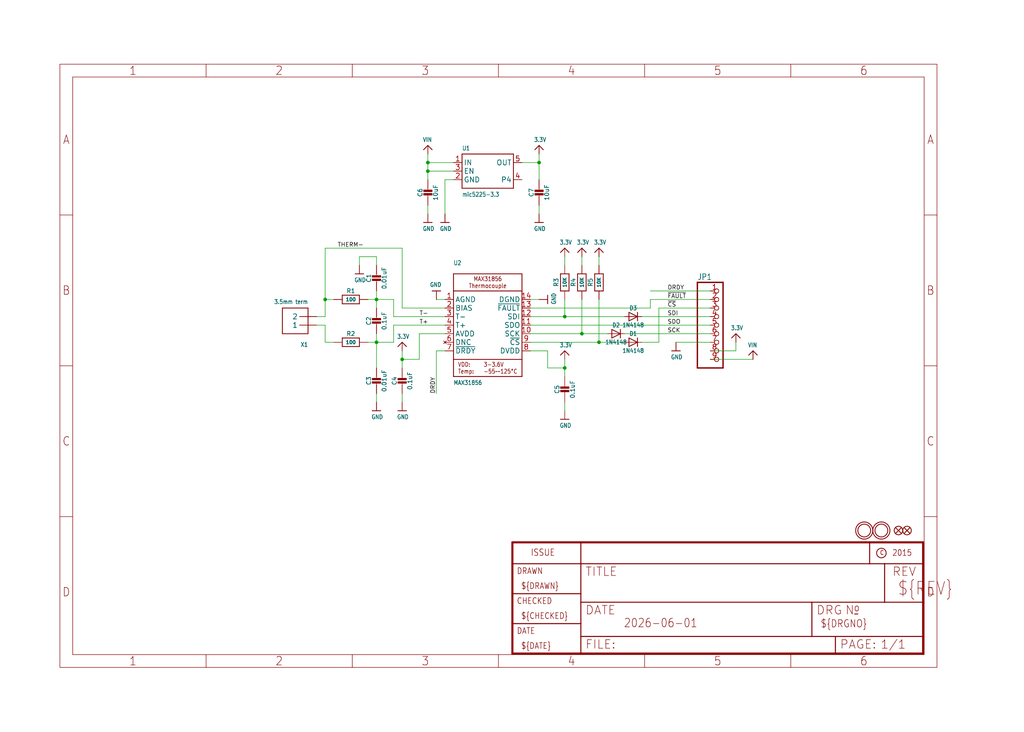
<source format=kicad_sch>
(kicad_sch
	(version 20250114)
	(generator "eeschema")
	(generator_version "9.0")
	(uuid "b93bd6a7-33ed-4052-8d3a-8b24a2040b7b")
	(paper "User" 303.962 217.322)
	(lib_symbols
		(symbol "Adafruit MAX31856-eagle-import:3.3V"
			(power)
			(exclude_from_sim no)
			(in_bom yes)
			(on_board yes)
			(property "Reference" ""
				(at 0 0 0)
				(effects
					(font
						(size 1.27 1.27)
					)
					(hide yes)
				)
			)
			(property "Value" ""
				(at -1.524 1.016 0)
				(effects
					(font
						(size 1.27 1.0795)
					)
					(justify left bottom)
				)
			)
			(property "Footprint" ""
				(at 0 0 0)
				(effects
					(font
						(size 1.27 1.27)
					)
					(hide yes)
				)
			)
			(property "Datasheet" ""
				(at 0 0 0)
				(effects
					(font
						(size 1.27 1.27)
					)
					(hide yes)
				)
			)
			(property "Description" "3.3V Supply"
				(at 0 0 0)
				(effects
					(font
						(size 1.27 1.27)
					)
					(hide yes)
				)
			)
			(property "ki_locked" ""
				(at 0 0 0)
				(effects
					(font
						(size 1.27 1.27)
					)
				)
			)
			(symbol "3.3V_1_0"
				(polyline
					(pts
						(xy -1.27 -1.27) (xy 0 0)
					)
					(stroke
						(width 0.254)
						(type solid)
					)
					(fill
						(type none)
					)
				)
				(polyline
					(pts
						(xy 0 0) (xy 1.27 -1.27)
					)
					(stroke
						(width 0.254)
						(type solid)
					)
					(fill
						(type none)
					)
				)
				(pin power_in line
					(at 0 -2.54 90)
					(length 2.54)
					(name "3.3V"
						(effects
							(font
								(size 0 0)
							)
						)
					)
					(number "1"
						(effects
							(font
								(size 0 0)
							)
						)
					)
				)
			)
			(embedded_fonts no)
		)
		(symbol "Adafruit MAX31856-eagle-import:CAP_CERAMIC0805-NOOUTLINE"
			(exclude_from_sim no)
			(in_bom yes)
			(on_board yes)
			(property "Reference" "C"
				(at -2.29 1.25 90)
				(effects
					(font
						(size 1.27 1.27)
					)
				)
			)
			(property "Value" ""
				(at 2.3 1.25 90)
				(effects
					(font
						(size 1.27 1.27)
					)
				)
			)
			(property "Footprint" "Adafruit MAX31856:0805-NO"
				(at 0 0 0)
				(effects
					(font
						(size 1.27 1.27)
					)
					(hide yes)
				)
			)
			(property "Datasheet" ""
				(at 0 0 0)
				(effects
					(font
						(size 1.27 1.27)
					)
					(hide yes)
				)
			)
			(property "Description" "Ceramic Capacitors\n\nFor new designs, use the packages preceded by an '_' character since they are more reliable:\n\nThe following footprints should be used on most boards:\n\n• _0402 - Standard footprint for regular board layouts\n• _0603 - Standard footprint for regular board layouts\n• _0805 - Standard footprint for regular board layouts\n• _1206 - Standard footprint for regular board layouts\n\nFor extremely tight-pitch boards where space is at a premium, the following 'micro-pitch' footprints can be used (smaller pads, no silkscreen outline, etc.):\n\n• _0402MP - Micro-pitch footprint for very dense/compact boards\n• _0603MP - Micro-pitch footprint for very dense/compact boards\n• _0805MP - Micro-pitch footprint for very dense/compact boards\n• _1206MP - Micro-pitch footprint for very dense/compact boards"
				(at 0 0 0)
				(effects
					(font
						(size 1.27 1.27)
					)
					(hide yes)
				)
			)
			(property "ki_locked" ""
				(at 0 0 0)
				(effects
					(font
						(size 1.27 1.27)
					)
				)
			)
			(symbol "CAP_CERAMIC0805-NOOUTLINE_1_0"
				(rectangle
					(start -1.27 1.524)
					(end 1.27 2.032)
					(stroke
						(width 0)
						(type default)
					)
					(fill
						(type outline)
					)
				)
				(rectangle
					(start -1.27 0.508)
					(end 1.27 1.016)
					(stroke
						(width 0)
						(type default)
					)
					(fill
						(type outline)
					)
				)
				(polyline
					(pts
						(xy 0 2.54) (xy 0 1.778)
					)
					(stroke
						(width 0.1524)
						(type solid)
					)
					(fill
						(type none)
					)
				)
				(polyline
					(pts
						(xy 0 0.762) (xy 0 0)
					)
					(stroke
						(width 0.1524)
						(type solid)
					)
					(fill
						(type none)
					)
				)
				(pin passive line
					(at 0 5.08 270)
					(length 2.54)
					(name "1"
						(effects
							(font
								(size 0 0)
							)
						)
					)
					(number "1"
						(effects
							(font
								(size 0 0)
							)
						)
					)
				)
				(pin passive line
					(at 0 -2.54 90)
					(length 2.54)
					(name "2"
						(effects
							(font
								(size 0 0)
							)
						)
					)
					(number "2"
						(effects
							(font
								(size 0 0)
							)
						)
					)
				)
			)
			(embedded_fonts no)
		)
		(symbol "Adafruit MAX31856-eagle-import:CAP_CERAMIC0805_10MGAP"
			(exclude_from_sim no)
			(in_bom yes)
			(on_board yes)
			(property "Reference" "C"
				(at -2.29 1.25 90)
				(effects
					(font
						(size 1.27 1.27)
					)
				)
			)
			(property "Value" ""
				(at 2.3 1.25 90)
				(effects
					(font
						(size 1.27 1.27)
					)
				)
			)
			(property "Footprint" "Adafruit MAX31856:0805_10MGAP"
				(at 0 0 0)
				(effects
					(font
						(size 1.27 1.27)
					)
					(hide yes)
				)
			)
			(property "Datasheet" ""
				(at 0 0 0)
				(effects
					(font
						(size 1.27 1.27)
					)
					(hide yes)
				)
			)
			(property "Description" "Ceramic Capacitors\n\nFor new designs, use the packages preceded by an '_' character since they are more reliable:\n\nThe following footprints should be used on most boards:\n\n• _0402 - Standard footprint for regular board layouts\n• _0603 - Standard footprint for regular board layouts\n• _0805 - Standard footprint for regular board layouts\n• _1206 - Standard footprint for regular board layouts\n\nFor extremely tight-pitch boards where space is at a premium, the following 'micro-pitch' footprints can be used (smaller pads, no silkscreen outline, etc.):\n\n• _0402MP - Micro-pitch footprint for very dense/compact boards\n• _0603MP - Micro-pitch footprint for very dense/compact boards\n• _0805MP - Micro-pitch footprint for very dense/compact boards\n• _1206MP - Micro-pitch footprint for very dense/compact boards"
				(at 0 0 0)
				(effects
					(font
						(size 1.27 1.27)
					)
					(hide yes)
				)
			)
			(property "ki_locked" ""
				(at 0 0 0)
				(effects
					(font
						(size 1.27 1.27)
					)
				)
			)
			(symbol "CAP_CERAMIC0805_10MGAP_1_0"
				(rectangle
					(start -1.27 1.524)
					(end 1.27 2.032)
					(stroke
						(width 0)
						(type default)
					)
					(fill
						(type outline)
					)
				)
				(rectangle
					(start -1.27 0.508)
					(end 1.27 1.016)
					(stroke
						(width 0)
						(type default)
					)
					(fill
						(type outline)
					)
				)
				(polyline
					(pts
						(xy 0 2.54) (xy 0 1.778)
					)
					(stroke
						(width 0.1524)
						(type solid)
					)
					(fill
						(type none)
					)
				)
				(polyline
					(pts
						(xy 0 0.762) (xy 0 0)
					)
					(stroke
						(width 0.1524)
						(type solid)
					)
					(fill
						(type none)
					)
				)
				(pin passive line
					(at 0 5.08 270)
					(length 2.54)
					(name "1"
						(effects
							(font
								(size 0 0)
							)
						)
					)
					(number "1"
						(effects
							(font
								(size 0 0)
							)
						)
					)
				)
				(pin passive line
					(at 0 -2.54 90)
					(length 2.54)
					(name "2"
						(effects
							(font
								(size 0 0)
							)
						)
					)
					(number "2"
						(effects
							(font
								(size 0 0)
							)
						)
					)
				)
			)
			(embedded_fonts no)
		)
		(symbol "Adafruit MAX31856-eagle-import:DIODESOD-323"
			(exclude_from_sim no)
			(in_bom yes)
			(on_board yes)
			(property "Reference" "D"
				(at 0 2.54 0)
				(effects
					(font
						(size 1.27 1.0795)
					)
				)
			)
			(property "Value" ""
				(at 0 -2.5 0)
				(effects
					(font
						(size 1.27 1.0795)
					)
				)
			)
			(property "Footprint" "Adafruit MAX31856:SOD-323"
				(at 0 0 0)
				(effects
					(font
						(size 1.27 1.27)
					)
					(hide yes)
				)
			)
			(property "Datasheet" ""
				(at 0 0 0)
				(effects
					(font
						(size 1.27 1.27)
					)
					(hide yes)
				)
			)
			(property "Description" "Diode\n\nSMA     Model   Volts   Amps   Type   Vf   Ir   Digikey #   Notes     SSA34-E3   40V   3A   Schottky   480mV @ 3A   200uA @ 40V   SSA34-E3/61TGITR-ND        CDBA120-G   20V   1A   Schottky   500mV @ 1A   500uA @ 20V   641-1014-6-ND   REEL     MBRA210   10V   2A   Schottky   350mV @ 2A   700uA @ 10V   MBRA210LT3      SOD-123     Model   Volts   Amps   Type   Vf   Ir   Order #   Notes     BAT54T1G   30V   200mA   Schottky   800mV @ 200mA   2uA @ 25V   BAT54T1GOSTR-ND        B0530W   30V   500mA   Schottky   430mV @ 500mA   130uA @ 30V   B0530W-FDICT-ND   REEL     MBR120   20V   1A   Schottky   340mV @ 1A      MBR120VLSFT1GOSCT-ND      SOD-323     Model   Volts   Amps   Type   Vf   Ir   Order #   Notes     PMEG2005EJ   20V   500mA   Schottky   355mV @ 500mA      568-4110-1-ND        ZLLS410   10V   570mA   Schottky   380mV @ 570mA      ZLLS410CT-ND        1N4148WS   75V   150mA   Silicon/Simple   1V      1N4148WSFSCT-ND   REEL   SOD-523     Model   Volts   Amps   Type   Vf   Ir   Order #   Notes     BAT54XV2   30V   200mA   Schottky   0.8V @ 100mA      BAT54XV2CT-ND        TB751S   30V   30mA   Schottky         RB751S-40TE61CT-ND      SOT23-R/W(R = Solder Paste/Reflow Ovens, W = Hand-Soldering)      Model   Volts   Amps   Type   Vf   Ir   Order #   Notes     BAT54FILM   40V   300mA   Schottky         497-7162-1-ND       POWERDI-5      Model   Volts   Amps   Type   Vf   Ir   Order #   Notes     PDS560   60V   5A   Schottky   670mV @ 5A   150uA @ 60V   PDS560DICT-ND"
				(at 0 0 0)
				(effects
					(font
						(size 1.27 1.27)
					)
					(hide yes)
				)
			)
			(property "ki_locked" ""
				(at 0 0 0)
				(effects
					(font
						(size 1.27 1.27)
					)
				)
			)
			(symbol "DIODESOD-323_1_0"
				(polyline
					(pts
						(xy -1.27 1.27) (xy -1.27 -1.27)
					)
					(stroke
						(width 0.254)
						(type solid)
					)
					(fill
						(type none)
					)
				)
				(polyline
					(pts
						(xy -1.27 -1.27) (xy 1.27 0)
					)
					(stroke
						(width 0.254)
						(type solid)
					)
					(fill
						(type none)
					)
				)
				(polyline
					(pts
						(xy 1.27 1.27) (xy 1.27 0)
					)
					(stroke
						(width 0.254)
						(type solid)
					)
					(fill
						(type none)
					)
				)
				(polyline
					(pts
						(xy 1.27 0) (xy -1.27 1.27)
					)
					(stroke
						(width 0.254)
						(type solid)
					)
					(fill
						(type none)
					)
				)
				(polyline
					(pts
						(xy 1.27 0) (xy 1.27 -1.27)
					)
					(stroke
						(width 0.254)
						(type solid)
					)
					(fill
						(type none)
					)
				)
				(pin passive line
					(at -2.54 0 0)
					(length 2.54)
					(name "A"
						(effects
							(font
								(size 0 0)
							)
						)
					)
					(number "A"
						(effects
							(font
								(size 0 0)
							)
						)
					)
				)
				(pin passive line
					(at 2.54 0 180)
					(length 2.54)
					(name "C"
						(effects
							(font
								(size 0 0)
							)
						)
					)
					(number "C"
						(effects
							(font
								(size 0 0)
							)
						)
					)
				)
			)
			(embedded_fonts no)
		)
		(symbol "Adafruit MAX31856-eagle-import:FIDUCIAL{dblquote}{dblquote}"
			(exclude_from_sim no)
			(in_bom yes)
			(on_board yes)
			(property "Reference" "FID"
				(at 0 0 0)
				(effects
					(font
						(size 1.27 1.27)
					)
					(hide yes)
				)
			)
			(property "Value" ""
				(at 0 0 0)
				(effects
					(font
						(size 1.27 1.27)
					)
					(hide yes)
				)
			)
			(property "Footprint" "Adafruit MAX31856:FIDUCIAL_1MM"
				(at 0 0 0)
				(effects
					(font
						(size 1.27 1.27)
					)
					(hide yes)
				)
			)
			(property "Datasheet" ""
				(at 0 0 0)
				(effects
					(font
						(size 1.27 1.27)
					)
					(hide yes)
				)
			)
			(property "Description" "Fiducial Alignment Points\n\nVarious fiducial points for machine vision alignment."
				(at 0 0 0)
				(effects
					(font
						(size 1.27 1.27)
					)
					(hide yes)
				)
			)
			(property "ki_locked" ""
				(at 0 0 0)
				(effects
					(font
						(size 1.27 1.27)
					)
				)
			)
			(symbol "FIDUCIAL{dblquote}{dblquote}_1_0"
				(polyline
					(pts
						(xy -0.762 0.762) (xy 0.762 -0.762)
					)
					(stroke
						(width 0.254)
						(type solid)
					)
					(fill
						(type none)
					)
				)
				(circle
					(center 0 0)
					(radius 1.27)
					(stroke
						(width 0.254)
						(type solid)
					)
					(fill
						(type none)
					)
				)
				(polyline
					(pts
						(xy 0.762 0.762) (xy -0.762 -0.762)
					)
					(stroke
						(width 0.254)
						(type solid)
					)
					(fill
						(type none)
					)
				)
			)
			(embedded_fonts no)
		)
		(symbol "Adafruit MAX31856-eagle-import:FRAME_A4"
			(exclude_from_sim no)
			(in_bom yes)
			(on_board yes)
			(property "Reference" "#FRAME"
				(at 0 0 0)
				(effects
					(font
						(size 1.27 1.27)
					)
					(hide yes)
				)
			)
			(property "Value" ""
				(at 0 0 0)
				(effects
					(font
						(size 1.27 1.27)
					)
					(hide yes)
				)
			)
			(property "Footprint" ""
				(at 0 0 0)
				(effects
					(font
						(size 1.27 1.27)
					)
					(hide yes)
				)
			)
			(property "Datasheet" ""
				(at 0 0 0)
				(effects
					(font
						(size 1.27 1.27)
					)
					(hide yes)
				)
			)
			(property "Description" "FRAME\n\nDIN A4, landscape with location and doc. field"
				(at 0 0 0)
				(effects
					(font
						(size 1.27 1.27)
					)
					(hide yes)
				)
			)
			(property "ki_locked" ""
				(at 0 0 0)
				(effects
					(font
						(size 1.27 1.27)
					)
				)
			)
			(symbol "FRAME_A4_1_0"
				(polyline
					(pts
						(xy 0 179.07) (xy 260.35 179.07) (xy 260.35 0) (xy 0 0) (xy 0 179.07)
					)
					(stroke
						(width 0)
						(type default)
					)
					(fill
						(type none)
					)
				)
				(polyline
					(pts
						(xy 0 134.3025) (xy 3.81 134.3025)
					)
					(stroke
						(width 0)
						(type default)
					)
					(fill
						(type none)
					)
				)
				(polyline
					(pts
						(xy 0 89.535) (xy 3.81 89.535)
					)
					(stroke
						(width 0)
						(type default)
					)
					(fill
						(type none)
					)
				)
				(polyline
					(pts
						(xy 0 44.7675) (xy 3.81 44.7675)
					)
					(stroke
						(width 0)
						(type default)
					)
					(fill
						(type none)
					)
				)
				(polyline
					(pts
						(xy 3.81 175.26) (xy 3.81 3.81)
					)
					(stroke
						(width 0)
						(type default)
					)
					(fill
						(type none)
					)
				)
				(polyline
					(pts
						(xy 43.3917 179.07) (xy 43.3917 175.26)
					)
					(stroke
						(width 0)
						(type default)
					)
					(fill
						(type none)
					)
				)
				(polyline
					(pts
						(xy 43.3917 3.81) (xy 43.3917 0)
					)
					(stroke
						(width 0)
						(type default)
					)
					(fill
						(type none)
					)
				)
				(polyline
					(pts
						(xy 86.7833 179.07) (xy 86.7833 175.26)
					)
					(stroke
						(width 0)
						(type default)
					)
					(fill
						(type none)
					)
				)
				(polyline
					(pts
						(xy 86.7833 3.81) (xy 86.7833 0)
					)
					(stroke
						(width 0)
						(type default)
					)
					(fill
						(type none)
					)
				)
				(polyline
					(pts
						(xy 130.175 179.07) (xy 130.175 175.26)
					)
					(stroke
						(width 0)
						(type default)
					)
					(fill
						(type none)
					)
				)
				(polyline
					(pts
						(xy 130.175 3.81) (xy 130.175 0)
					)
					(stroke
						(width 0)
						(type default)
					)
					(fill
						(type none)
					)
				)
				(polyline
					(pts
						(xy 173.5667 179.07) (xy 173.5667 175.26)
					)
					(stroke
						(width 0)
						(type default)
					)
					(fill
						(type none)
					)
				)
				(polyline
					(pts
						(xy 173.5667 3.81) (xy 173.5667 0)
					)
					(stroke
						(width 0)
						(type default)
					)
					(fill
						(type none)
					)
				)
				(polyline
					(pts
						(xy 216.9583 179.07) (xy 216.9583 175.26)
					)
					(stroke
						(width 0)
						(type default)
					)
					(fill
						(type none)
					)
				)
				(polyline
					(pts
						(xy 216.9583 3.81) (xy 216.9583 0)
					)
					(stroke
						(width 0)
						(type default)
					)
					(fill
						(type none)
					)
				)
				(polyline
					(pts
						(xy 256.54 175.26) (xy 3.81 175.26)
					)
					(stroke
						(width 0)
						(type default)
					)
					(fill
						(type none)
					)
				)
				(polyline
					(pts
						(xy 256.54 175.26) (xy 256.54 3.81)
					)
					(stroke
						(width 0)
						(type default)
					)
					(fill
						(type none)
					)
				)
				(polyline
					(pts
						(xy 256.54 134.3025) (xy 260.35 134.3025)
					)
					(stroke
						(width 0)
						(type default)
					)
					(fill
						(type none)
					)
				)
				(polyline
					(pts
						(xy 256.54 89.535) (xy 260.35 89.535)
					)
					(stroke
						(width 0)
						(type default)
					)
					(fill
						(type none)
					)
				)
				(polyline
					(pts
						(xy 256.54 44.7675) (xy 260.35 44.7675)
					)
					(stroke
						(width 0)
						(type default)
					)
					(fill
						(type none)
					)
				)
				(polyline
					(pts
						(xy 256.54 19.05) (xy 256.54 36.83)
					)
					(stroke
						(width 0.1016)
						(type solid)
					)
					(fill
						(type none)
					)
				)
				(polyline
					(pts
						(xy 256.54 13.97) (xy 256.54 19.05)
					)
					(stroke
						(width 0.1016)
						(type solid)
					)
					(fill
						(type none)
					)
				)
				(polyline
					(pts
						(xy 256.54 8.89) (xy 256.54 13.97)
					)
					(stroke
						(width 0.1016)
						(type solid)
					)
					(fill
						(type none)
					)
				)
				(polyline
					(pts
						(xy 256.54 3.81) (xy 3.81 3.81)
					)
					(stroke
						(width 0)
						(type default)
					)
					(fill
						(type none)
					)
				)
				(polyline
					(pts
						(xy 256.54 3.81) (xy 256.54 8.89)
					)
					(stroke
						(width 0.1016)
						(type solid)
					)
					(fill
						(type none)
					)
				)
				(text "A"
					(at 1.905 156.6863 0)
					(effects
						(font
							(size 2.54 2.286)
						)
					)
				)
				(text "B"
					(at 1.905 111.9188 0)
					(effects
						(font
							(size 2.54 2.286)
						)
					)
				)
				(text "C"
					(at 1.905 67.1513 0)
					(effects
						(font
							(size 2.54 2.286)
						)
					)
				)
				(text "D"
					(at 1.905 22.3838 0)
					(effects
						(font
							(size 2.54 2.286)
						)
					)
				)
				(text "1"
					(at 21.6958 177.165 0)
					(effects
						(font
							(size 2.54 2.286)
						)
					)
				)
				(text "1"
					(at 21.6958 1.905 0)
					(effects
						(font
							(size 2.54 2.286)
						)
					)
				)
				(text "2"
					(at 65.0875 177.165 0)
					(effects
						(font
							(size 2.54 2.286)
						)
					)
				)
				(text "2"
					(at 65.0875 1.905 0)
					(effects
						(font
							(size 2.54 2.286)
						)
					)
				)
				(text "3"
					(at 108.4792 177.165 0)
					(effects
						(font
							(size 2.54 2.286)
						)
					)
				)
				(text "3"
					(at 108.4792 1.905 0)
					(effects
						(font
							(size 2.54 2.286)
						)
					)
				)
				(text "4"
					(at 151.8708 177.165 0)
					(effects
						(font
							(size 2.54 2.286)
						)
					)
				)
				(text "4"
					(at 151.8708 1.905 0)
					(effects
						(font
							(size 2.54 2.286)
						)
					)
				)
				(text "5"
					(at 195.2625 177.165 0)
					(effects
						(font
							(size 2.54 2.286)
						)
					)
				)
				(text "5"
					(at 195.2625 1.905 0)
					(effects
						(font
							(size 2.54 2.286)
						)
					)
				)
				(text "6"
					(at 238.6542 177.165 0)
					(effects
						(font
							(size 2.54 2.286)
						)
					)
				)
				(text "6"
					(at 238.6542 1.905 0)
					(effects
						(font
							(size 2.54 2.286)
						)
					)
				)
				(text "A"
					(at 258.445 156.6863 0)
					(effects
						(font
							(size 2.54 2.286)
						)
					)
				)
				(text "B"
					(at 258.445 111.9188 0)
					(effects
						(font
							(size 2.54 2.286)
						)
					)
				)
				(text "C"
					(at 258.445 67.1513 0)
					(effects
						(font
							(size 2.54 2.286)
						)
					)
				)
				(text "D"
					(at 258.445 22.3838 0)
					(effects
						(font
							(size 2.54 2.286)
						)
					)
				)
			)
			(symbol "FRAME_A4_2_0"
				(polyline
					(pts
						(xy -0.3048 34.5948) (xy -0.3048 28.2448)
					)
					(stroke
						(width 0.6096)
						(type solid)
					)
					(fill
						(type none)
					)
				)
				(polyline
					(pts
						(xy -0.3048 28.2448) (xy -0.3048 19.3548)
					)
					(stroke
						(width 0.6096)
						(type solid)
					)
					(fill
						(type none)
					)
				)
				(polyline
					(pts
						(xy -0.3048 28.2448) (xy 20.0152 28.2448)
					)
					(stroke
						(width 0.3048)
						(type solid)
					)
					(fill
						(type none)
					)
				)
				(polyline
					(pts
						(xy -0.3048 19.3548) (xy -0.3048 10.4648)
					)
					(stroke
						(width 0.6096)
						(type solid)
					)
					(fill
						(type none)
					)
				)
				(polyline
					(pts
						(xy -0.3048 19.3548) (xy 20.0152 19.3548)
					)
					(stroke
						(width 0.3048)
						(type solid)
					)
					(fill
						(type none)
					)
				)
				(polyline
					(pts
						(xy -0.3048 10.4648) (xy -0.3048 1.5748)
					)
					(stroke
						(width 0.6096)
						(type solid)
					)
					(fill
						(type none)
					)
				)
				(polyline
					(pts
						(xy -0.3048 10.4648) (xy 20.0152 10.4648)
					)
					(stroke
						(width 0.3048)
						(type solid)
					)
					(fill
						(type none)
					)
				)
				(polyline
					(pts
						(xy -0.3048 1.5748) (xy 20.0152 1.5748)
					)
					(stroke
						(width 0.6096)
						(type solid)
					)
					(fill
						(type none)
					)
				)
				(polyline
					(pts
						(xy 20.0152 34.5948) (xy -0.3048 34.5948)
					)
					(stroke
						(width 0.6096)
						(type solid)
					)
					(fill
						(type none)
					)
				)
				(polyline
					(pts
						(xy 20.0152 28.2448) (xy 20.0152 34.5948)
					)
					(stroke
						(width 0.3048)
						(type solid)
					)
					(fill
						(type none)
					)
				)
				(polyline
					(pts
						(xy 20.0152 28.2448) (xy 105.7402 28.2448)
					)
					(stroke
						(width 0.3048)
						(type solid)
					)
					(fill
						(type none)
					)
				)
				(polyline
					(pts
						(xy 20.0152 19.3548) (xy 20.0152 28.2448)
					)
					(stroke
						(width 0.3048)
						(type solid)
					)
					(fill
						(type none)
					)
				)
				(polyline
					(pts
						(xy 20.0152 16.8148) (xy 20.0152 19.3548)
					)
					(stroke
						(width 0.3048)
						(type solid)
					)
					(fill
						(type none)
					)
				)
				(polyline
					(pts
						(xy 20.0152 10.4648) (xy 20.0152 16.8148)
					)
					(stroke
						(width 0.3048)
						(type solid)
					)
					(fill
						(type none)
					)
				)
				(polyline
					(pts
						(xy 20.0152 6.6548) (xy 20.0152 10.4648)
					)
					(stroke
						(width 0.3048)
						(type solid)
					)
					(fill
						(type none)
					)
				)
				(polyline
					(pts
						(xy 20.0152 6.6548) (xy 88.5952 6.6548)
					)
					(stroke
						(width 0.3048)
						(type solid)
					)
					(fill
						(type none)
					)
				)
				(polyline
					(pts
						(xy 20.0152 1.5748) (xy 20.0152 6.6548)
					)
					(stroke
						(width 0.3048)
						(type solid)
					)
					(fill
						(type none)
					)
				)
				(polyline
					(pts
						(xy 20.0152 1.5748) (xy 95.5802 1.5748)
					)
					(stroke
						(width 0.6096)
						(type solid)
					)
					(fill
						(type none)
					)
				)
				(polyline
					(pts
						(xy 88.5952 16.8148) (xy 20.0152 16.8148)
					)
					(stroke
						(width 0.3048)
						(type solid)
					)
					(fill
						(type none)
					)
				)
				(polyline
					(pts
						(xy 88.5952 16.8148) (xy 88.5952 6.6548)
					)
					(stroke
						(width 0.3048)
						(type solid)
					)
					(fill
						(type none)
					)
				)
				(polyline
					(pts
						(xy 88.5952 6.6548) (xy 95.5802 6.6548)
					)
					(stroke
						(width 0.3048)
						(type solid)
					)
					(fill
						(type none)
					)
				)
				(polyline
					(pts
						(xy 95.5802 6.6548) (xy 95.5802 1.5748)
					)
					(stroke
						(width 0.3048)
						(type solid)
					)
					(fill
						(type none)
					)
				)
				(polyline
					(pts
						(xy 95.5802 6.6548) (xy 121.6152 6.6548)
					)
					(stroke
						(width 0.3048)
						(type solid)
					)
					(fill
						(type none)
					)
				)
				(polyline
					(pts
						(xy 95.5802 1.5748) (xy 121.6152 1.5748)
					)
					(stroke
						(width 0.6096)
						(type solid)
					)
					(fill
						(type none)
					)
				)
				(polyline
					(pts
						(xy 101.2952 13.3223) (xy 102.2477 13.3223)
					)
					(stroke
						(width 0.254)
						(type solid)
					)
					(fill
						(type none)
					)
				)
				(polyline
					(pts
						(xy 105.7402 34.5948) (xy 20.0152 34.5948)
					)
					(stroke
						(width 0.6096)
						(type solid)
					)
					(fill
						(type none)
					)
				)
				(polyline
					(pts
						(xy 105.7402 28.2448) (xy 105.7402 34.5948)
					)
					(stroke
						(width 0.3048)
						(type solid)
					)
					(fill
						(type none)
					)
				)
				(polyline
					(pts
						(xy 105.7402 28.2448) (xy 110.1852 28.2448)
					)
					(stroke
						(width 0.3048)
						(type solid)
					)
					(fill
						(type none)
					)
				)
				(circle
					(center 109.2327 31.4198)
					(radius 1.4199)
					(stroke
						(width 0.254)
						(type solid)
					)
					(fill
						(type none)
					)
				)
				(polyline
					(pts
						(xy 110.1852 28.2448) (xy 110.1852 16.8148)
					)
					(stroke
						(width 0.3048)
						(type solid)
					)
					(fill
						(type none)
					)
				)
				(polyline
					(pts
						(xy 110.1852 28.2448) (xy 121.6152 28.2448)
					)
					(stroke
						(width 0.3048)
						(type solid)
					)
					(fill
						(type none)
					)
				)
				(polyline
					(pts
						(xy 110.1852 16.8148) (xy 88.5952 16.8148)
					)
					(stroke
						(width 0.3048)
						(type solid)
					)
					(fill
						(type none)
					)
				)
				(polyline
					(pts
						(xy 121.6152 34.5948) (xy 105.7402 34.5948)
					)
					(stroke
						(width 0.6096)
						(type solid)
					)
					(fill
						(type none)
					)
				)
				(polyline
					(pts
						(xy 121.6152 34.5948) (xy 121.6152 28.2448)
					)
					(stroke
						(width 0.6096)
						(type solid)
					)
					(fill
						(type none)
					)
				)
				(polyline
					(pts
						(xy 121.6152 28.2448) (xy 121.6152 16.8148)
					)
					(stroke
						(width 0.6096)
						(type solid)
					)
					(fill
						(type none)
					)
				)
				(polyline
					(pts
						(xy 121.6152 16.8148) (xy 110.1852 16.8148)
					)
					(stroke
						(width 0.3048)
						(type solid)
					)
					(fill
						(type none)
					)
				)
				(polyline
					(pts
						(xy 121.6152 16.8148) (xy 121.6152 6.6548)
					)
					(stroke
						(width 0.6096)
						(type solid)
					)
					(fill
						(type none)
					)
				)
				(polyline
					(pts
						(xy 121.6152 6.6548) (xy 121.6152 1.5748)
					)
					(stroke
						(width 0.6096)
						(type solid)
					)
					(fill
						(type none)
					)
				)
				(text "DRAWN"
					(at 0.9652 25.0698 0)
					(effects
						(font
							(size 1.778 1.5113)
						)
						(justify left bottom)
					)
				)
				(text "CHECKED"
					(at 0.9652 16.1798 0)
					(effects
						(font
							(size 1.778 1.5113)
						)
						(justify left bottom)
					)
				)
				(text "DATE"
					(at 0.9652 7.2898 0)
					(effects
						(font
							(size 1.778 1.5113)
						)
						(justify left bottom)
					)
				)
				(text "${DRAWN}"
					(at 2.2352 20.6248 0)
					(effects
						(font
							(size 1.778 1.5113)
						)
						(justify left bottom)
					)
				)
				(text "${CHECKED}"
					(at 2.2352 11.7348 0)
					(effects
						(font
							(size 1.778 1.5113)
						)
						(justify left bottom)
					)
				)
				(text "${DATE}"
					(at 2.2352 2.8448 0)
					(effects
						(font
							(size 1.778 1.5113)
						)
						(justify left bottom)
					)
				)
				(text "ISSUE"
					(at 5.0927 30.4673 0)
					(effects
						(font
							(size 1.9304 1.6408)
						)
						(justify left bottom)
					)
				)
				(text "TITLE"
					(at 21.2852 24.4348 0)
					(effects
						(font
							(size 2.54 2.54)
						)
						(justify left bottom)
					)
				)
				(text "DATE"
					(at 21.2852 13.0048 0)
					(effects
						(font
							(size 2.54 2.54)
						)
						(justify left bottom)
					)
				)
				(text "FILE:"
					(at 21.2852 2.8448 0)
					(effects
						(font
							(size 2.54 2.54)
						)
						(justify left bottom)
					)
				)
				(text "${COMPANY}"
					(at 23.349 29.6735 0)
					(effects
						(font
							(size 3.175 2.6987)
							(thickness 0.5397)
							(bold yes)
						)
						(justify left bottom)
					)
				)
				(text "${CURRENT_DATE}"
					(at 32.7152 9.1948 0)
					(effects
						(font
							(size 2.54 2.159)
						)
						(justify left bottom)
					)
				)
				(text "${PROJECTNAME}"
					(at 33.0327 2.8448 0)
					(effects
						(font
							(size 2.54 2.159)
						)
						(justify left bottom)
					)
				)
				(text "DRG"
					(at 89.8652 13.0048 0)
					(effects
						(font
							(size 2.54 2.54)
						)
						(justify left bottom)
					)
				)
				(text "${DRGNO}"
					(at 91.1352 9.1948 0)
					(effects
						(font
							(size 2.1844 1.8567)
						)
						(justify left bottom)
					)
				)
				(text "PAGE:"
					(at 96.8502 2.8448 0)
					(effects
						(font
							(size 2.54 2.54)
						)
						(justify left bottom)
					)
				)
				(text "N"
					(at 98.4377 13.0048 0)
					(effects
						(font
							(size 2.54 2.54)
						)
						(justify left bottom)
					)
				)
				(text "o"
					(at 100.9777 13.9573 0)
					(effects
						(font
							(size 2.1844 1.8567)
						)
						(justify left bottom)
					)
				)
				(text "C"
					(at 108.7564 30.7848 0)
					(effects
						(font
							(size 1.27 1.0795)
						)
						(justify left bottom)
					)
				)
				(text "${#}/${##}"
					(at 108.9152 2.8448 0)
					(effects
						(font
							(size 2.54 2.54)
						)
						(justify left bottom)
					)
				)
				(text "2015"
					(at 112.4077 30.4673 0)
					(effects
						(font
							(size 1.778 1.5113)
						)
						(justify left bottom)
					)
				)
				(text "REV"
					(at 112.4077 24.4348 0)
					(effects
						(font
							(size 2.54 2.54)
						)
						(justify left bottom)
					)
				)
				(text "${REV}"
					(at 113.9952 18.7198 0)
					(effects
						(font
							(size 3.81 3.2385)
						)
						(justify left bottom)
					)
				)
			)
			(embedded_fonts no)
		)
		(symbol "Adafruit MAX31856-eagle-import:GND"
			(power)
			(exclude_from_sim no)
			(in_bom yes)
			(on_board yes)
			(property "Reference" ""
				(at 0 0 0)
				(effects
					(font
						(size 1.27 1.27)
					)
					(hide yes)
				)
			)
			(property "Value" ""
				(at -1.524 -2.54 0)
				(effects
					(font
						(size 1.27 1.0795)
					)
					(justify left bottom)
				)
			)
			(property "Footprint" ""
				(at 0 0 0)
				(effects
					(font
						(size 1.27 1.27)
					)
					(hide yes)
				)
			)
			(property "Datasheet" ""
				(at 0 0 0)
				(effects
					(font
						(size 1.27 1.27)
					)
					(hide yes)
				)
			)
			(property "Description" "GND"
				(at 0 0 0)
				(effects
					(font
						(size 1.27 1.27)
					)
					(hide yes)
				)
			)
			(property "ki_locked" ""
				(at 0 0 0)
				(effects
					(font
						(size 1.27 1.27)
					)
				)
			)
			(symbol "GND_1_0"
				(polyline
					(pts
						(xy -1.27 0) (xy 1.27 0)
					)
					(stroke
						(width 0.254)
						(type solid)
					)
					(fill
						(type none)
					)
				)
				(pin power_in line
					(at 0 2.54 270)
					(length 2.54)
					(name "GND"
						(effects
							(font
								(size 0 0)
							)
						)
					)
					(number "1"
						(effects
							(font
								(size 0 0)
							)
						)
					)
				)
			)
			(embedded_fonts no)
		)
		(symbol "Adafruit MAX31856-eagle-import:HEADER-1X970MIL"
			(exclude_from_sim no)
			(in_bom yes)
			(on_board yes)
			(property "Reference" "JP"
				(at -6.35 13.335 0)
				(effects
					(font
						(size 1.778 1.5113)
					)
					(justify left bottom)
				)
			)
			(property "Value" ""
				(at -6.35 -15.24 0)
				(effects
					(font
						(size 1.778 1.5113)
					)
					(justify left bottom)
				)
			)
			(property "Footprint" "Adafruit MAX31856:1X09_ROUND_70"
				(at 0 0 0)
				(effects
					(font
						(size 1.27 1.27)
					)
					(hide yes)
				)
			)
			(property "Datasheet" ""
				(at 0 0 0)
				(effects
					(font
						(size 1.27 1.27)
					)
					(hide yes)
				)
			)
			(property "Description" "PIN HEADER"
				(at 0 0 0)
				(effects
					(font
						(size 1.27 1.27)
					)
					(hide yes)
				)
			)
			(property "ki_locked" ""
				(at 0 0 0)
				(effects
					(font
						(size 1.27 1.27)
					)
				)
			)
			(symbol "HEADER-1X970MIL_1_0"
				(polyline
					(pts
						(xy -6.35 12.7) (xy -6.35 -12.7)
					)
					(stroke
						(width 0.4064)
						(type solid)
					)
					(fill
						(type none)
					)
				)
				(polyline
					(pts
						(xy -6.35 -12.7) (xy 1.27 -12.7)
					)
					(stroke
						(width 0.4064)
						(type solid)
					)
					(fill
						(type none)
					)
				)
				(polyline
					(pts
						(xy 1.27 12.7) (xy -6.35 12.7)
					)
					(stroke
						(width 0.4064)
						(type solid)
					)
					(fill
						(type none)
					)
				)
				(polyline
					(pts
						(xy 1.27 -12.7) (xy 1.27 12.7)
					)
					(stroke
						(width 0.4064)
						(type solid)
					)
					(fill
						(type none)
					)
				)
				(pin passive inverted
					(at -2.54 10.16 0)
					(length 2.54)
					(name "1"
						(effects
							(font
								(size 0 0)
							)
						)
					)
					(number "1"
						(effects
							(font
								(size 1.524 1.524)
							)
						)
					)
				)
				(pin passive inverted
					(at -2.54 7.62 0)
					(length 2.54)
					(name "2"
						(effects
							(font
								(size 0 0)
							)
						)
					)
					(number "2"
						(effects
							(font
								(size 1.524 1.524)
							)
						)
					)
				)
				(pin passive inverted
					(at -2.54 5.08 0)
					(length 2.54)
					(name "3"
						(effects
							(font
								(size 0 0)
							)
						)
					)
					(number "3"
						(effects
							(font
								(size 1.524 1.524)
							)
						)
					)
				)
				(pin passive inverted
					(at -2.54 2.54 0)
					(length 2.54)
					(name "4"
						(effects
							(font
								(size 0 0)
							)
						)
					)
					(number "4"
						(effects
							(font
								(size 1.524 1.524)
							)
						)
					)
				)
				(pin passive inverted
					(at -2.54 0 0)
					(length 2.54)
					(name "5"
						(effects
							(font
								(size 0 0)
							)
						)
					)
					(number "5"
						(effects
							(font
								(size 1.524 1.524)
							)
						)
					)
				)
				(pin passive inverted
					(at -2.54 -2.54 0)
					(length 2.54)
					(name "6"
						(effects
							(font
								(size 0 0)
							)
						)
					)
					(number "6"
						(effects
							(font
								(size 1.524 1.524)
							)
						)
					)
				)
				(pin passive inverted
					(at -2.54 -5.08 0)
					(length 2.54)
					(name "7"
						(effects
							(font
								(size 0 0)
							)
						)
					)
					(number "7"
						(effects
							(font
								(size 1.524 1.524)
							)
						)
					)
				)
				(pin passive inverted
					(at -2.54 -7.62 0)
					(length 2.54)
					(name "8"
						(effects
							(font
								(size 0 0)
							)
						)
					)
					(number "8"
						(effects
							(font
								(size 1.524 1.524)
							)
						)
					)
				)
				(pin passive inverted
					(at -2.54 -10.16 0)
					(length 2.54)
					(name "9"
						(effects
							(font
								(size 0 0)
							)
						)
					)
					(number "9"
						(effects
							(font
								(size 1.524 1.524)
							)
						)
					)
				)
			)
			(embedded_fonts no)
		)
		(symbol "Adafruit MAX31856-eagle-import:MAX31856"
			(exclude_from_sim no)
			(in_bom yes)
			(on_board yes)
			(property "Reference" ""
				(at -10.16 17.78 0)
				(effects
					(font
						(size 1.27 1.0795)
					)
					(justify left bottom)
				)
			)
			(property "Value" ""
				(at -10.16 -17.78 0)
				(effects
					(font
						(size 1.27 1.0795)
					)
					(justify left bottom)
				)
			)
			(property "Footprint" "Adafruit MAX31856:TSSOP14"
				(at 0 0 0)
				(effects
					(font
						(size 1.27 1.27)
					)
					(hide yes)
				)
			)
			(property "Datasheet" ""
				(at 0 0 0)
				(effects
					(font
						(size 1.27 1.27)
					)
					(hide yes)
				)
			)
			(property "Description" "MAX31856 - Thermocouple Sensor ADC"
				(at 0 0 0)
				(effects
					(font
						(size 1.27 1.27)
					)
					(hide yes)
				)
			)
			(property "ki_locked" ""
				(at 0 0 0)
				(effects
					(font
						(size 1.27 1.27)
					)
				)
			)
			(symbol "MAX31856_1_0"
				(polyline
					(pts
						(xy -10.16 15.24) (xy 10.16 15.24)
					)
					(stroke
						(width 0.254)
						(type solid)
					)
					(fill
						(type none)
					)
				)
				(polyline
					(pts
						(xy -10.16 10.16) (xy -10.16 15.24)
					)
					(stroke
						(width 0.254)
						(type solid)
					)
					(fill
						(type none)
					)
				)
				(polyline
					(pts
						(xy -10.16 10.16) (xy 10.16 10.16)
					)
					(stroke
						(width 0.254)
						(type solid)
					)
					(fill
						(type none)
					)
				)
				(polyline
					(pts
						(xy -10.16 -10.16) (xy -10.16 10.16)
					)
					(stroke
						(width 0.254)
						(type solid)
					)
					(fill
						(type none)
					)
				)
				(polyline
					(pts
						(xy -10.16 -10.16) (xy -10.16 -15.24)
					)
					(stroke
						(width 0.254)
						(type solid)
					)
					(fill
						(type none)
					)
				)
				(polyline
					(pts
						(xy -10.16 -15.24) (xy 10.16 -15.24)
					)
					(stroke
						(width 0.254)
						(type solid)
					)
					(fill
						(type none)
					)
				)
				(polyline
					(pts
						(xy 10.16 15.24) (xy 10.16 10.16)
					)
					(stroke
						(width 0.254)
						(type solid)
					)
					(fill
						(type none)
					)
				)
				(polyline
					(pts
						(xy 10.16 10.16) (xy 10.16 -10.16)
					)
					(stroke
						(width 0.254)
						(type solid)
					)
					(fill
						(type none)
					)
				)
				(polyline
					(pts
						(xy 10.16 -10.16) (xy -10.16 -10.16)
					)
					(stroke
						(width 0.254)
						(type solid)
					)
					(fill
						(type none)
					)
				)
				(polyline
					(pts
						(xy 10.16 -15.24) (xy 10.16 -10.16)
					)
					(stroke
						(width 0.254)
						(type solid)
					)
					(fill
						(type none)
					)
				)
				(text "VDD:\nTemp:"
					(at -8.89 -12.7 0)
					(effects
						(font
							(size 1.27 1.0795)
						)
						(justify left)
					)
				)
				(text "3-3.6V\n-55~~125°C"
					(at -1.27 -12.7 0)
					(effects
						(font
							(size 1.27 1.0795)
						)
						(justify left)
					)
				)
				(text "MAX31856\nThermocouple"
					(at 0 12.7 0)
					(effects
						(font
							(size 1.27 1.0795)
						)
					)
				)
				(pin power_in line
					(at -12.7 7.62 0)
					(length 2.54)
					(name "AGND"
						(effects
							(font
								(size 1.524 1.524)
							)
						)
					)
					(number "1"
						(effects
							(font
								(size 1.524 1.524)
							)
						)
					)
				)
				(pin power_in line
					(at -12.7 5.08 0)
					(length 2.54)
					(name "BIAS"
						(effects
							(font
								(size 1.524 1.524)
							)
						)
					)
					(number "2"
						(effects
							(font
								(size 1.524 1.524)
							)
						)
					)
				)
				(pin input line
					(at -12.7 2.54 0)
					(length 2.54)
					(name "T-"
						(effects
							(font
								(size 1.524 1.524)
							)
						)
					)
					(number "3"
						(effects
							(font
								(size 1.524 1.524)
							)
						)
					)
				)
				(pin input line
					(at -12.7 0 0)
					(length 2.54)
					(name "T+"
						(effects
							(font
								(size 1.524 1.524)
							)
						)
					)
					(number "4"
						(effects
							(font
								(size 1.524 1.524)
							)
						)
					)
				)
				(pin power_in line
					(at -12.7 -2.54 0)
					(length 2.54)
					(name "AVDD"
						(effects
							(font
								(size 1.524 1.524)
							)
						)
					)
					(number "5"
						(effects
							(font
								(size 1.524 1.524)
							)
						)
					)
				)
				(pin no_connect line
					(at -12.7 -5.08 0)
					(length 2.54)
					(name "DNC"
						(effects
							(font
								(size 1.524 1.524)
							)
						)
					)
					(number "6"
						(effects
							(font
								(size 1.524 1.524)
							)
						)
					)
				)
				(pin output line
					(at -12.7 -7.62 0)
					(length 2.54)
					(name "~{DRDY}"
						(effects
							(font
								(size 1.524 1.524)
							)
						)
					)
					(number "7"
						(effects
							(font
								(size 1.524 1.524)
							)
						)
					)
				)
				(pin power_in line
					(at 12.7 7.62 180)
					(length 2.54)
					(name "DGND"
						(effects
							(font
								(size 1.524 1.524)
							)
						)
					)
					(number "14"
						(effects
							(font
								(size 1.524 1.524)
							)
						)
					)
				)
				(pin output line
					(at 12.7 5.08 180)
					(length 2.54)
					(name "~{FAULT}"
						(effects
							(font
								(size 1.524 1.524)
							)
						)
					)
					(number "13"
						(effects
							(font
								(size 1.524 1.524)
							)
						)
					)
				)
				(pin input line
					(at 12.7 2.54 180)
					(length 2.54)
					(name "SDI"
						(effects
							(font
								(size 1.524 1.524)
							)
						)
					)
					(number "12"
						(effects
							(font
								(size 1.524 1.524)
							)
						)
					)
				)
				(pin output line
					(at 12.7 0 180)
					(length 2.54)
					(name "SDO"
						(effects
							(font
								(size 1.524 1.524)
							)
						)
					)
					(number "11"
						(effects
							(font
								(size 1.524 1.524)
							)
						)
					)
				)
				(pin input line
					(at 12.7 -2.54 180)
					(length 2.54)
					(name "SCK"
						(effects
							(font
								(size 1.524 1.524)
							)
						)
					)
					(number "10"
						(effects
							(font
								(size 1.524 1.524)
							)
						)
					)
				)
				(pin input line
					(at 12.7 -5.08 180)
					(length 2.54)
					(name "~{CS}"
						(effects
							(font
								(size 1.524 1.524)
							)
						)
					)
					(number "9"
						(effects
							(font
								(size 1.524 1.524)
							)
						)
					)
				)
				(pin power_in line
					(at 12.7 -7.62 180)
					(length 2.54)
					(name "DVDD"
						(effects
							(font
								(size 1.524 1.524)
							)
						)
					)
					(number "8"
						(effects
							(font
								(size 1.524 1.524)
							)
						)
					)
				)
			)
			(embedded_fonts no)
		)
		(symbol "Adafruit MAX31856-eagle-import:MOUNTINGHOLE2.5"
			(exclude_from_sim no)
			(in_bom yes)
			(on_board yes)
			(property "Reference" ""
				(at 0 0 0)
				(effects
					(font
						(size 1.27 1.27)
					)
					(hide yes)
				)
			)
			(property "Value" ""
				(at 0 0 0)
				(effects
					(font
						(size 1.27 1.27)
					)
					(hide yes)
				)
			)
			(property "Footprint" "Adafruit MAX31856:MOUNTINGHOLE_2.5_PLATED"
				(at 0 0 0)
				(effects
					(font
						(size 1.27 1.27)
					)
					(hide yes)
				)
			)
			(property "Datasheet" ""
				(at 0 0 0)
				(effects
					(font
						(size 1.27 1.27)
					)
					(hide yes)
				)
			)
			(property "Description" "Mounting Hole\n\nFor #2 screws (0.086\"/2.18mm width, 0.094\"/2.4mm hole) use 2.5mm"
				(at 0 0 0)
				(effects
					(font
						(size 1.27 1.27)
					)
					(hide yes)
				)
			)
			(property "ki_locked" ""
				(at 0 0 0)
				(effects
					(font
						(size 1.27 1.27)
					)
				)
			)
			(symbol "MOUNTINGHOLE2.5_1_0"
				(circle
					(center 0 0)
					(radius 1.905)
					(stroke
						(width 0.254)
						(type solid)
					)
					(fill
						(type none)
					)
				)
				(circle
					(center 0 0)
					(radius 2.54)
					(stroke
						(width 0.254)
						(type solid)
					)
					(fill
						(type none)
					)
				)
			)
			(embedded_fonts no)
		)
		(symbol "Adafruit MAX31856-eagle-import:RESISTOR0805_NOOUTLINE"
			(exclude_from_sim no)
			(in_bom yes)
			(on_board yes)
			(property "Reference" "R"
				(at 0 2.54 0)
				(effects
					(font
						(size 1.27 1.27)
					)
				)
			)
			(property "Value" ""
				(at 0 0 0)
				(effects
					(font
						(size 1.016 1.016)
						(thickness 0.2032)
						(bold yes)
					)
				)
			)
			(property "Footprint" "Adafruit MAX31856:0805-NO"
				(at 0 0 0)
				(effects
					(font
						(size 1.27 1.27)
					)
					(hide yes)
				)
			)
			(property "Datasheet" ""
				(at 0 0 0)
				(effects
					(font
						(size 1.27 1.27)
					)
					(hide yes)
				)
			)
			(property "Description" "Resistors\n\nFor new designs, use the packages preceded by an '_' character since they are more reliable:\n\nThe following footprints should be used on most boards:\n\n• _0402 - Standard footprint for regular board layouts\n• _0603 - Standard footprint for regular board layouts\n• _0805 - Standard footprint for regular board layouts\n• _1206 - Standard footprint for regular board layouts\n\nFor extremely tight-pitch boards where space is at a premium, the following 'micro-pitch' footprints can be used (smaller pads, no silkscreen outline, etc.):\n\n• _0402MP - Micro-pitch footprint for very dense/compact boards\n• _0603MP - Micro-pitch footprint for very dense/compact boards\n• _0805MP - Micro-pitch footprint for very dense/compact boards\n• _1206MP - Micro-pitch footprint for very dense/compact boards"
				(at 0 0 0)
				(effects
					(font
						(size 1.27 1.27)
					)
					(hide yes)
				)
			)
			(property "ki_locked" ""
				(at 0 0 0)
				(effects
					(font
						(size 1.27 1.27)
					)
				)
			)
			(symbol "RESISTOR0805_NOOUTLINE_1_0"
				(polyline
					(pts
						(xy -2.54 1.27) (xy 2.54 1.27)
					)
					(stroke
						(width 0.254)
						(type solid)
					)
					(fill
						(type none)
					)
				)
				(polyline
					(pts
						(xy -2.54 -1.27) (xy -2.54 1.27)
					)
					(stroke
						(width 0.254)
						(type solid)
					)
					(fill
						(type none)
					)
				)
				(polyline
					(pts
						(xy 2.54 1.27) (xy 2.54 -1.27)
					)
					(stroke
						(width 0.254)
						(type solid)
					)
					(fill
						(type none)
					)
				)
				(polyline
					(pts
						(xy 2.54 -1.27) (xy -2.54 -1.27)
					)
					(stroke
						(width 0.254)
						(type solid)
					)
					(fill
						(type none)
					)
				)
				(pin passive line
					(at -5.08 0 0)
					(length 2.54)
					(name "1"
						(effects
							(font
								(size 0 0)
							)
						)
					)
					(number "1"
						(effects
							(font
								(size 0 0)
							)
						)
					)
				)
				(pin passive line
					(at 5.08 0 180)
					(length 2.54)
					(name "2"
						(effects
							(font
								(size 0 0)
							)
						)
					)
					(number "2"
						(effects
							(font
								(size 0 0)
							)
						)
					)
				)
			)
			(embedded_fonts no)
		)
		(symbol "Adafruit MAX31856-eagle-import:TERMBLOCK_1X2"
			(exclude_from_sim no)
			(in_bom yes)
			(on_board yes)
			(property "Reference" "X"
				(at -2.54 7.62 0)
				(effects
					(font
						(size 1.27 1.0795)
					)
					(justify left bottom)
				)
			)
			(property "Value" ""
				(at -2.54 -5.08 0)
				(effects
					(font
						(size 1.27 1.0795)
					)
					(justify left bottom)
				)
			)
			(property "Footprint" "Adafruit MAX31856:TERMBLOCK_1X2-3.5MM"
				(at 0 0 0)
				(effects
					(font
						(size 1.27 1.27)
					)
					(hide yes)
				)
			)
			(property "Datasheet" ""
				(at 0 0 0)
				(effects
					(font
						(size 1.27 1.27)
					)
					(hide yes)
				)
			)
			(property "Description" "3.5mm Terminal block\n\nhttp://www.ladyada.net/library/pcb/eaglelibrary.html"
				(at 0 0 0)
				(effects
					(font
						(size 1.27 1.27)
					)
					(hide yes)
				)
			)
			(property "ki_locked" ""
				(at 0 0 0)
				(effects
					(font
						(size 1.27 1.27)
					)
				)
			)
			(symbol "TERMBLOCK_1X2_1_0"
				(polyline
					(pts
						(xy -2.54 5.08) (xy -2.54 -2.54)
					)
					(stroke
						(width 0.254)
						(type solid)
					)
					(fill
						(type none)
					)
				)
				(polyline
					(pts
						(xy -2.54 -2.54) (xy 5.08 -2.54)
					)
					(stroke
						(width 0.254)
						(type solid)
					)
					(fill
						(type none)
					)
				)
				(polyline
					(pts
						(xy 5.08 5.08) (xy -2.54 5.08)
					)
					(stroke
						(width 0.254)
						(type solid)
					)
					(fill
						(type none)
					)
				)
				(polyline
					(pts
						(xy 5.08 -2.54) (xy 5.08 5.08)
					)
					(stroke
						(width 0.254)
						(type solid)
					)
					(fill
						(type none)
					)
				)
				(pin passive line
					(at -5.08 2.54 0)
					(length 5.08)
					(name "1"
						(effects
							(font
								(size 1.524 1.524)
							)
						)
					)
					(number "1"
						(effects
							(font
								(size 0 0)
							)
						)
					)
				)
				(pin passive line
					(at -5.08 0 0)
					(length 5.08)
					(name "2"
						(effects
							(font
								(size 1.524 1.524)
							)
						)
					)
					(number "2"
						(effects
							(font
								(size 0 0)
							)
						)
					)
				)
			)
			(embedded_fonts no)
		)
		(symbol "Adafruit MAX31856-eagle-import:VIN"
			(power)
			(exclude_from_sim no)
			(in_bom yes)
			(on_board yes)
			(property "Reference" ""
				(at 0 0 0)
				(effects
					(font
						(size 1.27 1.27)
					)
					(hide yes)
				)
			)
			(property "Value" ""
				(at -1.524 1.016 0)
				(effects
					(font
						(size 1.27 1.0795)
					)
					(justify left bottom)
				)
			)
			(property "Footprint" ""
				(at 0 0 0)
				(effects
					(font
						(size 1.27 1.27)
					)
					(hide yes)
				)
			)
			(property "Datasheet" ""
				(at 0 0 0)
				(effects
					(font
						(size 1.27 1.27)
					)
					(hide yes)
				)
			)
			(property "Description" "VIN Supply Symbol"
				(at 0 0 0)
				(effects
					(font
						(size 1.27 1.27)
					)
					(hide yes)
				)
			)
			(property "ki_locked" ""
				(at 0 0 0)
				(effects
					(font
						(size 1.27 1.27)
					)
				)
			)
			(symbol "VIN_1_0"
				(polyline
					(pts
						(xy -1.27 -1.27) (xy 0 0)
					)
					(stroke
						(width 0.254)
						(type solid)
					)
					(fill
						(type none)
					)
				)
				(polyline
					(pts
						(xy 0 0) (xy 1.27 -1.27)
					)
					(stroke
						(width 0.254)
						(type solid)
					)
					(fill
						(type none)
					)
				)
				(pin power_in line
					(at 0 -2.54 90)
					(length 2.54)
					(name "VIN"
						(effects
							(font
								(size 0 0)
							)
						)
					)
					(number "1"
						(effects
							(font
								(size 0 0)
							)
						)
					)
				)
			)
			(embedded_fonts no)
		)
		(symbol "Adafruit MAX31856-eagle-import:VREG_SOT23-5"
			(exclude_from_sim no)
			(in_bom yes)
			(on_board yes)
			(property "Reference" "U"
				(at -7.62 6.096 0)
				(effects
					(font
						(size 1.27 1.0795)
					)
					(justify left bottom)
				)
			)
			(property "Value" ""
				(at -7.62 -7.62 0)
				(effects
					(font
						(size 1.27 1.0795)
					)
					(justify left bottom)
				)
			)
			(property "Footprint" "Adafruit MAX31856:SOT23-5"
				(at 0 0 0)
				(effects
					(font
						(size 1.27 1.27)
					)
					(hide yes)
				)
			)
			(property "Datasheet" ""
				(at 0 0 0)
				(effects
					(font
						(size 1.27 1.27)
					)
					(hide yes)
				)
			)
			(property "Description" "SOT23-5 Fixed Voltage Regulators\n\nPart Current Out V Out V In V Dropout θJA (°C/W) TJ (°C) Digikey Part No.     ADP121   150mA   3.3V   3.4-5.5V   0.09V @ 150mA   --   --   ADP121-AUJZ33R7CT-ND     ADP121   150mA   3.0V   3.1-5.5V   0.09V @ 150mA   --   --   ADP121-AUJZ30R7CT-ND     ADP122   300mA   3.3V   3.4-5.5V   0.085V @ 300mA   --   --   ADP122AUJZ-3.3-R7CT-ND     ADP1712   300mA   3.3V   3.5-5.5V   0.17V @ 300mA   --   --   ADP1712AUJZ-3.3-R7TR-ND     AP7311 (Low Cost)   150mA   3.3V   3.5-6V   0.15V @ 150mA   --   --   AP7311-33WG-7DICT-ND      LD39015M18R   150mA   1.8V   1.9V-5.5V   0.08V @ 100mA   --   --   497-6977-1-ND      LP2985A-33DBVR   150mA   3.3V   3.3-16V   0.28V @ 150mA   206   150   296-18479-1-ND      MCP1824T-3302E/OT   300mA   3.3V   3.5V-6V   0.2V @ 300mA   --   --   MCP1824T-3302E/OTCT-ND      MIC5205-2.5YM5 TR   150mA   2.5V   2.7-16V   0.165V @ 150mA   --   --   576-1257-2-ND     MIC5205-3.0YM5 TR   150mA   3.0V   3.2V-16V   0.165V @ 150mA   --   --   576-1258-2-ND     MIC5205-3.3YM5 TR   150mA   3.3V   3.5V-16V   0.165V @ 150mA   --   --   576-1259-2-ND     TPS780330220   150mA   3.3V+2.2V   3.6-5.5V   250mV Max   --   --   296-23332-1-ND     TDA3663/N1,135   100mA   3.3V   3.5-45V   0.18V @ 50mA   --   --   568-5343-1-ND\n\nMax operating temp can be calculated using θJA, TJ (max junction temperature), and power in watts.  Set the \"Maximum Ambient Temperature\" until it reaches TJ (\"Max Junction Temperature\"), which is the absolute limit for safe use of the regulator: http://www.daycounter.com/Calculators/Heat-Sink-Temperature-Calculator.phtml Heat Sink Temperature Calculator\n\nFor example, With 12V source into a 3.3V LP2985 and a 30mA load, we are dissipating (12V-3.3V) * 0.03A = 0.261W.  With a θJA of 206 °C/W, a TJ of 150°C, and 261mW we can safely use the chip without a heat sink up to 75°C (=147.1°C Junction Temperature)."
				(at 0 0 0)
				(effects
					(font
						(size 1.27 1.27)
					)
					(hide yes)
				)
			)
			(property "ki_locked" ""
				(at 0 0 0)
				(effects
					(font
						(size 1.27 1.27)
					)
				)
			)
			(symbol "VREG_SOT23-5_1_0"
				(polyline
					(pts
						(xy -7.62 5.08) (xy 7.62 5.08)
					)
					(stroke
						(width 0.254)
						(type solid)
					)
					(fill
						(type none)
					)
				)
				(polyline
					(pts
						(xy -7.62 -5.08) (xy -7.62 5.08)
					)
					(stroke
						(width 0.254)
						(type solid)
					)
					(fill
						(type none)
					)
				)
				(polyline
					(pts
						(xy 7.62 5.08) (xy 7.62 -5.08)
					)
					(stroke
						(width 0.254)
						(type solid)
					)
					(fill
						(type none)
					)
				)
				(polyline
					(pts
						(xy 7.62 -5.08) (xy -7.62 -5.08)
					)
					(stroke
						(width 0.254)
						(type solid)
					)
					(fill
						(type none)
					)
				)
				(pin power_in line
					(at -10.16 2.54 0)
					(length 2.54)
					(name "IN"
						(effects
							(font
								(size 1.524 1.524)
							)
						)
					)
					(number "1"
						(effects
							(font
								(size 1.524 1.524)
							)
						)
					)
				)
				(pin input line
					(at -10.16 0 0)
					(length 2.54)
					(name "EN"
						(effects
							(font
								(size 1.524 1.524)
							)
						)
					)
					(number "3"
						(effects
							(font
								(size 1.524 1.524)
							)
						)
					)
				)
				(pin power_in line
					(at -10.16 -2.54 0)
					(length 2.54)
					(name "GND"
						(effects
							(font
								(size 1.524 1.524)
							)
						)
					)
					(number "2"
						(effects
							(font
								(size 1.524 1.524)
							)
						)
					)
				)
				(pin power_in line
					(at 10.16 2.54 180)
					(length 2.54)
					(name "OUT"
						(effects
							(font
								(size 1.524 1.524)
							)
						)
					)
					(number "5"
						(effects
							(font
								(size 1.524 1.524)
							)
						)
					)
				)
				(pin bidirectional line
					(at 10.16 -2.54 180)
					(length 2.54)
					(name "P4"
						(effects
							(font
								(size 1.524 1.524)
							)
						)
					)
					(number "4"
						(effects
							(font
								(size 1.524 1.524)
							)
						)
					)
				)
			)
			(embedded_fonts no)
		)
	)
	(junction
		(at 119.38 106.68)
		(diameter 0)
		(color 0 0 0 0)
		(uuid "0a1e34e4-709f-4439-b2a6-51732701dda4")
	)
	(junction
		(at 167.64 93.98)
		(diameter 0)
		(color 0 0 0 0)
		(uuid "1264857a-5b22-4a22-8812-aa535df5ded5")
	)
	(junction
		(at 177.8 101.6)
		(diameter 0)
		(color 0 0 0 0)
		(uuid "134243cf-89a2-42f2-8457-5c0e8fdc19e8")
	)
	(junction
		(at 127 48.26)
		(diameter 0)
		(color 0 0 0 0)
		(uuid "17b4573b-5102-4efd-adb1-4323050f7119")
	)
	(junction
		(at 96.52 88.9)
		(diameter 0)
		(color 0 0 0 0)
		(uuid "2512b61b-c145-49bd-b27c-15173ff99a97")
	)
	(junction
		(at 167.64 109.22)
		(diameter 0)
		(color 0 0 0 0)
		(uuid "59b4123b-8a9d-46ab-a9c5-7ac59136cbbb")
	)
	(junction
		(at 160.02 48.26)
		(diameter 0)
		(color 0 0 0 0)
		(uuid "6a9ef1b6-c440-49c6-85ba-938cd7bde64e")
	)
	(junction
		(at 111.76 101.6)
		(diameter 0)
		(color 0 0 0 0)
		(uuid "a2e216e9-43b0-4e9c-9956-3ca162135fe1")
	)
	(junction
		(at 111.76 88.9)
		(diameter 0)
		(color 0 0 0 0)
		(uuid "bc57f546-ae7e-4374-b4a8-e6b018f2fc22")
	)
	(junction
		(at 172.72 99.06)
		(diameter 0)
		(color 0 0 0 0)
		(uuid "d1f378a3-d1a1-441c-b325-fcf92e6240a0")
	)
	(junction
		(at 127 50.8)
		(diameter 0)
		(color 0 0 0 0)
		(uuid "fcfd0bb0-1319-4847-87df-4cfdf1d4aac4")
	)
	(wire
		(pts
			(xy 106.68 76.2) (xy 111.76 76.2)
		)
		(stroke
			(width 0.1524)
			(type solid)
		)
		(uuid "00cefcb1-ddc6-4924-89f4-4906aa11413b")
	)
	(wire
		(pts
			(xy 190.5 93.98) (xy 210.82 93.98)
		)
		(stroke
			(width 0.1524)
			(type solid)
		)
		(uuid "0cb25d23-0b5e-4015-8483-d5f214e6d67c")
	)
	(wire
		(pts
			(xy 154.94 48.26) (xy 160.02 48.26)
		)
		(stroke
			(width 0.1524)
			(type solid)
		)
		(uuid "0ddbc5a2-c84a-4c72-adce-056807b0500d")
	)
	(wire
		(pts
			(xy 132.08 88.9) (xy 129.54 88.9)
		)
		(stroke
			(width 0.1524)
			(type solid)
		)
		(uuid "16d9fab3-d35f-4349-8fa7-6ec1a0f0f28c")
	)
	(wire
		(pts
			(xy 129.54 104.14) (xy 129.54 116.84)
		)
		(stroke
			(width 0.1524)
			(type solid)
		)
		(uuid "19093189-3797-4eb1-84b4-de7650f94d56")
	)
	(wire
		(pts
			(xy 210.82 101.6) (xy 200.66 101.6)
		)
		(stroke
			(width 0.1524)
			(type solid)
		)
		(uuid "1a5e1ce5-3cd5-4907-ae3f-e5153017c614")
	)
	(wire
		(pts
			(xy 111.76 101.6) (xy 111.76 109.22)
		)
		(stroke
			(width 0.1524)
			(type solid)
		)
		(uuid "1fc64752-c8eb-4074-ab92-ce7d07444e87")
	)
	(wire
		(pts
			(xy 162.56 104.14) (xy 162.56 109.22)
		)
		(stroke
			(width 0.1524)
			(type solid)
		)
		(uuid "21c71865-0f42-4aa3-bdc7-7fead52a9ac8")
	)
	(wire
		(pts
			(xy 157.48 96.52) (xy 210.82 96.52)
		)
		(stroke
			(width 0.1524)
			(type solid)
		)
		(uuid "274b09c6-c864-4475-b7a0-438f7bd2bf96")
	)
	(wire
		(pts
			(xy 127 50.8) (xy 127 53.34)
		)
		(stroke
			(width 0.1524)
			(type solid)
		)
		(uuid "2f18197b-3279-402f-a978-269f0a0dfbec")
	)
	(wire
		(pts
			(xy 157.48 101.6) (xy 177.8 101.6)
		)
		(stroke
			(width 0.1524)
			(type solid)
		)
		(uuid "303a6bed-17ff-4e7b-9aa3-b1e7217fb642")
	)
	(wire
		(pts
			(xy 157.48 93.98) (xy 167.64 93.98)
		)
		(stroke
			(width 0.1524)
			(type solid)
		)
		(uuid "30941d83-5c3d-427b-aa37-1c934c00479a")
	)
	(wire
		(pts
			(xy 157.48 88.9) (xy 160.02 88.9)
		)
		(stroke
			(width 0.1524)
			(type solid)
		)
		(uuid "36ae52e9-f6c5-4512-bbd2-57ab862fec43")
	)
	(wire
		(pts
			(xy 132.08 53.34) (xy 132.08 63.5)
		)
		(stroke
			(width 0.1524)
			(type solid)
		)
		(uuid "386dd639-24cf-45f8-b583-eff715ad2e5a")
	)
	(wire
		(pts
			(xy 127 50.8) (xy 127 48.26)
		)
		(stroke
			(width 0.1524)
			(type solid)
		)
		(uuid "3de8244b-723e-4366-8431-c032a39f07a5")
	)
	(wire
		(pts
			(xy 195.58 91.44) (xy 210.82 91.44)
		)
		(stroke
			(width 0.1524)
			(type solid)
		)
		(uuid "41d22106-9072-428c-8984-c28e66ce19ac")
	)
	(wire
		(pts
			(xy 111.76 116.84) (xy 111.76 119.38)
		)
		(stroke
			(width 0.1524)
			(type solid)
		)
		(uuid "438e8a21-3b4b-4002-879d-46f94c877454")
	)
	(wire
		(pts
			(xy 106.68 78.74) (xy 106.68 76.2)
		)
		(stroke
			(width 0.1524)
			(type solid)
		)
		(uuid "4a9fdf7a-6393-4625-b5de-2c7766d04090")
	)
	(wire
		(pts
			(xy 119.38 106.68) (xy 119.38 109.22)
		)
		(stroke
			(width 0.1524)
			(type solid)
		)
		(uuid "4d167fd3-e3af-48dc-85e3-d90e4049014b")
	)
	(wire
		(pts
			(xy 157.48 99.06) (xy 172.72 99.06)
		)
		(stroke
			(width 0.1524)
			(type solid)
		)
		(uuid "4f4bf3e0-7541-4c6f-9a45-3555e28a72de")
	)
	(wire
		(pts
			(xy 160.02 48.26) (xy 160.02 53.34)
		)
		(stroke
			(width 0.1524)
			(type solid)
		)
		(uuid "51efb445-075a-47a9-b41e-384c0557d98b")
	)
	(wire
		(pts
			(xy 177.8 78.74) (xy 177.8 76.2)
		)
		(stroke
			(width 0.1524)
			(type solid)
		)
		(uuid "535753cd-3730-4ff4-ae92-e816849d75bb")
	)
	(wire
		(pts
			(xy 96.52 101.6) (xy 99.06 101.6)
		)
		(stroke
			(width 0.1524)
			(type solid)
		)
		(uuid "63449039-48dd-4fce-9e00-a172f5382fef")
	)
	(wire
		(pts
			(xy 132.08 104.14) (xy 129.54 104.14)
		)
		(stroke
			(width 0.1524)
			(type solid)
		)
		(uuid "65cfdae1-1f13-4cc1-8cf7-9eb89a7dd7fa")
	)
	(wire
		(pts
			(xy 157.48 104.14) (xy 162.56 104.14)
		)
		(stroke
			(width 0.1524)
			(type solid)
		)
		(uuid "676a7e26-3f18-4c0a-ba68-fc1eda4454cc")
	)
	(wire
		(pts
			(xy 132.08 99.06) (xy 124.46 99.06)
		)
		(stroke
			(width 0.1524)
			(type solid)
		)
		(uuid "67aae68c-2467-4537-bd12-4423f6da047f")
	)
	(wire
		(pts
			(xy 177.8 88.9) (xy 177.8 101.6)
		)
		(stroke
			(width 0.1524)
			(type solid)
		)
		(uuid "695036ae-366d-4136-b2fe-7b00c1da5d5e")
	)
	(wire
		(pts
			(xy 167.64 109.22) (xy 167.64 106.68)
		)
		(stroke
			(width 0.1524)
			(type solid)
		)
		(uuid "69656f72-9578-4d02-9836-966a98c6de05")
	)
	(wire
		(pts
			(xy 96.52 93.98) (xy 96.52 88.9)
		)
		(stroke
			(width 0.1524)
			(type solid)
		)
		(uuid "6a8f7b54-64e0-4281-a7c7-86dbd1a04e7b")
	)
	(wire
		(pts
			(xy 134.62 53.34) (xy 132.08 53.34)
		)
		(stroke
			(width 0.1524)
			(type solid)
		)
		(uuid "6b281ebb-0426-49e6-b38a-16380459b116")
	)
	(wire
		(pts
			(xy 210.82 104.14) (xy 218.44 104.14)
		)
		(stroke
			(width 0.1524)
			(type solid)
		)
		(uuid "6b64bbd6-3087-440a-ae97-be5ad2686d46")
	)
	(wire
		(pts
			(xy 109.22 88.9) (xy 111.76 88.9)
		)
		(stroke
			(width 0.1524)
			(type solid)
		)
		(uuid "6ba1d7ff-04d0-4019-b487-f245481e7c34")
	)
	(wire
		(pts
			(xy 116.84 96.52) (xy 132.08 96.52)
		)
		(stroke
			(width 0.1524)
			(type solid)
		)
		(uuid "6f433e15-3ec0-4b3e-9e38-0067ff212471")
	)
	(wire
		(pts
			(xy 127 60.96) (xy 127 63.5)
		)
		(stroke
			(width 0.1524)
			(type solid)
		)
		(uuid "6fedfb3f-6fdf-4777-bffe-b36d808d91b0")
	)
	(wire
		(pts
			(xy 111.76 88.9) (xy 111.76 91.44)
		)
		(stroke
			(width 0.1524)
			(type solid)
		)
		(uuid "768383b0-7214-42bb-a82e-48c9f064c518")
	)
	(wire
		(pts
			(xy 210.82 106.68) (xy 223.52 106.68)
		)
		(stroke
			(width 0.1524)
			(type solid)
		)
		(uuid "79f8d6d8-42d3-48a3-866b-51e91a46e2ad")
	)
	(wire
		(pts
			(xy 109.22 101.6) (xy 111.76 101.6)
		)
		(stroke
			(width 0.1524)
			(type solid)
		)
		(uuid "876bb309-8880-4c88-b7fe-1752db131728")
	)
	(wire
		(pts
			(xy 119.38 91.44) (xy 119.38 73.66)
		)
		(stroke
			(width 0.1524)
			(type solid)
		)
		(uuid "8bf0af8d-3e7f-4531-ba4d-8d59a357bde3")
	)
	(wire
		(pts
			(xy 210.82 86.36) (xy 193.04 86.36)
		)
		(stroke
			(width 0.1524)
			(type solid)
		)
		(uuid "919dcb0a-fb71-463b-a77b-6485eaa59bb8")
	)
	(wire
		(pts
			(xy 93.98 93.98) (xy 96.52 93.98)
		)
		(stroke
			(width 0.1524)
			(type solid)
		)
		(uuid "91f88716-3cfd-4638-bbb6-9eb04798fefc")
	)
	(wire
		(pts
			(xy 111.76 76.2) (xy 111.76 78.74)
		)
		(stroke
			(width 0.1524)
			(type solid)
		)
		(uuid "99181e19-72c5-464c-8cf2-3b65f3328a3b")
	)
	(wire
		(pts
			(xy 172.72 78.74) (xy 172.72 76.2)
		)
		(stroke
			(width 0.1524)
			(type solid)
		)
		(uuid "9bf26530-3770-4203-9d6f-f816a9a55981")
	)
	(wire
		(pts
			(xy 93.98 96.52) (xy 96.52 96.52)
		)
		(stroke
			(width 0.1524)
			(type solid)
		)
		(uuid "9d8ac70f-4f37-4d63-b008-de08536f7040")
	)
	(wire
		(pts
			(xy 111.76 88.9) (xy 111.76 86.36)
		)
		(stroke
			(width 0.1524)
			(type solid)
		)
		(uuid "a291950b-5a76-4521-8c1d-b487c71b15fe")
	)
	(wire
		(pts
			(xy 116.84 88.9) (xy 111.76 88.9)
		)
		(stroke
			(width 0.1524)
			(type solid)
		)
		(uuid "a340a844-5fae-4a64-b553-cb508cbeb858")
	)
	(wire
		(pts
			(xy 177.8 101.6) (xy 185.42 101.6)
		)
		(stroke
			(width 0.1524)
			(type solid)
		)
		(uuid "a6e4bacd-98bf-427f-8f59-f19c043bc73a")
	)
	(wire
		(pts
			(xy 134.62 50.8) (xy 127 50.8)
		)
		(stroke
			(width 0.1524)
			(type solid)
		)
		(uuid "aaf7f504-8c17-4f03-9d47-ea4a5f6bac3e")
	)
	(wire
		(pts
			(xy 167.64 93.98) (xy 185.42 93.98)
		)
		(stroke
			(width 0.1524)
			(type solid)
		)
		(uuid "abfb0fc0-5205-4ce2-b8a3-bd19417551ad")
	)
	(wire
		(pts
			(xy 111.76 101.6) (xy 111.76 99.06)
		)
		(stroke
			(width 0.1524)
			(type solid)
		)
		(uuid "b193c195-9d3d-4b09-bfa4-5cc543542f21")
	)
	(wire
		(pts
			(xy 111.76 101.6) (xy 116.84 101.6)
		)
		(stroke
			(width 0.1524)
			(type solid)
		)
		(uuid "b36957af-a678-4111-9eda-6472ede52abf")
	)
	(wire
		(pts
			(xy 160.02 48.26) (xy 160.02 45.72)
		)
		(stroke
			(width 0.1524)
			(type solid)
		)
		(uuid "b4b7bfd6-bc36-42d7-9673-67eaf1f5e6fd")
	)
	(wire
		(pts
			(xy 193.04 91.44) (xy 193.04 88.9)
		)
		(stroke
			(width 0.1524)
			(type solid)
		)
		(uuid "bec3feb8-23de-4ce4-a30c-ad9d9e2ffc96")
	)
	(wire
		(pts
			(xy 119.38 106.68) (xy 119.38 104.14)
		)
		(stroke
			(width 0.1524)
			(type solid)
		)
		(uuid "bf36efd4-40f9-43ff-aa87-023d84e76f92")
	)
	(wire
		(pts
			(xy 172.72 99.06) (xy 180.34 99.06)
		)
		(stroke
			(width 0.1524)
			(type solid)
		)
		(uuid "c40d4883-0cf8-484e-ab6e-05ed9760608b")
	)
	(wire
		(pts
			(xy 124.46 99.06) (xy 124.46 106.68)
		)
		(stroke
			(width 0.1524)
			(type solid)
		)
		(uuid "c4abe965-d368-41e0-8e32-acc45985edd8")
	)
	(wire
		(pts
			(xy 172.72 88.9) (xy 172.72 99.06)
		)
		(stroke
			(width 0.1524)
			(type solid)
		)
		(uuid "c4c79931-bb22-4d1a-8ad8-d5b4c5eb613b")
	)
	(wire
		(pts
			(xy 96.52 88.9) (xy 99.06 88.9)
		)
		(stroke
			(width 0.1524)
			(type solid)
		)
		(uuid "c55dc92a-c9eb-4aba-9ce2-3e2620efe0e4")
	)
	(wire
		(pts
			(xy 116.84 93.98) (xy 116.84 88.9)
		)
		(stroke
			(width 0.1524)
			(type solid)
		)
		(uuid "ca6ec274-d182-4f9f-bf67-ac6f8a9f7f75")
	)
	(wire
		(pts
			(xy 96.52 73.66) (xy 96.52 88.9)
		)
		(stroke
			(width 0.1524)
			(type solid)
		)
		(uuid "ca7d716d-7e14-4c2a-9c97-e39d2501e2ef")
	)
	(wire
		(pts
			(xy 127 48.26) (xy 127 45.72)
		)
		(stroke
			(width 0.1524)
			(type solid)
		)
		(uuid "ce2a8360-2185-4528-a480-97eabdb2555e")
	)
	(wire
		(pts
			(xy 160.02 60.96) (xy 160.02 63.5)
		)
		(stroke
			(width 0.1524)
			(type solid)
		)
		(uuid "ce9443e8-6a28-45a5-a764-d572439c7f79")
	)
	(wire
		(pts
			(xy 119.38 73.66) (xy 96.52 73.66)
		)
		(stroke
			(width 0.1524)
			(type solid)
		)
		(uuid "cfdd2c12-ab6f-4c8d-8f2b-1c451cef289c")
	)
	(wire
		(pts
			(xy 190.5 101.6) (xy 195.58 101.6)
		)
		(stroke
			(width 0.1524)
			(type solid)
		)
		(uuid "d3716b73-7388-4cd4-a6ae-83dd7b02d8f8")
	)
	(wire
		(pts
			(xy 218.44 104.14) (xy 218.44 101.6)
		)
		(stroke
			(width 0.1524)
			(type solid)
		)
		(uuid "d6ff2b91-1aee-4be9-90be-bc35c6fd49ca")
	)
	(wire
		(pts
			(xy 132.08 91.44) (xy 119.38 91.44)
		)
		(stroke
			(width 0.1524)
			(type solid)
		)
		(uuid "dd885eb2-e38c-4ccb-ac54-7408fd3dd878")
	)
	(wire
		(pts
			(xy 167.64 93.98) (xy 167.64 88.9)
		)
		(stroke
			(width 0.1524)
			(type solid)
		)
		(uuid "ddbb20cc-6351-4c06-b48f-40a3dd082ea8")
	)
	(wire
		(pts
			(xy 193.04 88.9) (xy 210.82 88.9)
		)
		(stroke
			(width 0.1524)
			(type solid)
		)
		(uuid "e0e93fe0-5850-4928-83b3-b831b92c3720")
	)
	(wire
		(pts
			(xy 195.58 101.6) (xy 195.58 91.44)
		)
		(stroke
			(width 0.1524)
			(type solid)
		)
		(uuid "e2eb9fd7-d43e-489d-924e-922898558126")
	)
	(wire
		(pts
			(xy 124.46 106.68) (xy 119.38 106.68)
		)
		(stroke
			(width 0.1524)
			(type solid)
		)
		(uuid "e819c43f-1766-422c-9c72-4ac0f34e3150")
	)
	(wire
		(pts
			(xy 157.48 91.44) (xy 193.04 91.44)
		)
		(stroke
			(width 0.1524)
			(type solid)
		)
		(uuid "e8eb7607-8db0-4204-be23-01c71d0954a1")
	)
	(wire
		(pts
			(xy 134.62 48.26) (xy 127 48.26)
		)
		(stroke
			(width 0.1524)
			(type solid)
		)
		(uuid "ea91cdad-8f65-4303-ae16-7c0df026902a")
	)
	(wire
		(pts
			(xy 167.64 78.74) (xy 167.64 76.2)
		)
		(stroke
			(width 0.1524)
			(type solid)
		)
		(uuid "eb13fef8-994b-4fbd-8d2c-6923c3de572f")
	)
	(wire
		(pts
			(xy 132.08 93.98) (xy 116.84 93.98)
		)
		(stroke
			(width 0.1524)
			(type solid)
		)
		(uuid "eba31282-7c43-4d4a-8c87-7640b725853a")
	)
	(wire
		(pts
			(xy 116.84 101.6) (xy 116.84 96.52)
		)
		(stroke
			(width 0.1524)
			(type solid)
		)
		(uuid "ec779355-c748-4df9-ab08-a91b4b2948d2")
	)
	(wire
		(pts
			(xy 119.38 116.84) (xy 119.38 119.38)
		)
		(stroke
			(width 0.1524)
			(type solid)
		)
		(uuid "f421eb93-3e44-4964-b90e-eeacb5eb639a")
	)
	(wire
		(pts
			(xy 185.42 99.06) (xy 210.82 99.06)
		)
		(stroke
			(width 0.1524)
			(type solid)
		)
		(uuid "fa3939ec-dfe7-483b-bb7c-d72b5eae7e2e")
	)
	(wire
		(pts
			(xy 96.52 96.52) (xy 96.52 101.6)
		)
		(stroke
			(width 0.1524)
			(type solid)
		)
		(uuid "fb30e342-32ad-481d-a676-a6d015396123")
	)
	(wire
		(pts
			(xy 167.64 119.38) (xy 167.64 121.92)
		)
		(stroke
			(width 0.1524)
			(type solid)
		)
		(uuid "fba86183-8a55-4eef-96e6-13069460342b")
	)
	(wire
		(pts
			(xy 162.56 109.22) (xy 167.64 109.22)
		)
		(stroke
			(width 0.1524)
			(type solid)
		)
		(uuid "ff19429a-07ac-4dd7-b5d4-55c6468679f5")
	)
	(wire
		(pts
			(xy 167.64 111.76) (xy 167.64 109.22)
		)
		(stroke
			(width 0.1524)
			(type solid)
		)
		(uuid "ffeb2de4-4bbc-4a4c-981f-2452ca12e7ae")
	)
	(label "THERM-"
		(at 107.95 73.66 180)
		(effects
			(font
				(size 1.2446 1.2446)
			)
			(justify right bottom)
		)
		(uuid "163d00ef-0267-40f9-a85d-7e2a181bcb73")
	)
	(label "~{FAULT}"
		(at 198.12 88.9 0)
		(effects
			(font
				(size 1.2446 1.2446)
			)
			(justify left bottom)
		)
		(uuid "3aa2fc77-1c0b-44ea-9e34-34ea1133022f")
	)
	(label "~{CS}"
		(at 198.12 91.44 0)
		(effects
			(font
				(size 1.2446 1.2446)
			)
			(justify left bottom)
		)
		(uuid "64455998-ee1e-434b-92a8-1439f79a33e7")
	)
	(label "DRDY"
		(at 198.12 86.36 0)
		(effects
			(font
				(size 1.2446 1.2446)
			)
			(justify left bottom)
		)
		(uuid "71980967-5530-4b19-bd11-3de8cf1e7ba2")
	)
	(label "T-"
		(at 124.46 93.98 0)
		(effects
			(font
				(size 1.2446 1.2446)
			)
			(justify left bottom)
		)
		(uuid "9134417a-84b8-4803-9b49-89afd58228f5")
	)
	(label "SDI"
		(at 198.12 93.98 0)
		(effects
			(font
				(size 1.2446 1.2446)
			)
			(justify left bottom)
		)
		(uuid "9136cffb-3061-4815-9005-5ea4784a1ca5")
	)
	(label "T+"
		(at 124.46 96.52 0)
		(effects
			(font
				(size 1.2446 1.2446)
			)
			(justify left bottom)
		)
		(uuid "a689e321-c76d-4c81-9bc3-4e50f368e283")
	)
	(label "DRDY"
		(at 129.54 116.84 90)
		(effects
			(font
				(size 1.2446 1.2446)
			)
			(justify left bottom)
		)
		(uuid "b09c1194-0828-426b-84a7-c437536b113d")
	)
	(label "SCK"
		(at 198.12 99.06 0)
		(effects
			(font
				(size 1.2446 1.2446)
			)
			(justify left bottom)
		)
		(uuid "d94e9bfb-6a64-4b4b-8b32-730a69cb5bd3")
	)
	(label "SDO"
		(at 198.12 96.52 0)
		(effects
			(font
				(size 1.2446 1.2446)
			)
			(justify left bottom)
		)
		(uuid "eb393ef6-9749-4cdc-8de7-5bb214c185ec")
	)
	(symbol
		(lib_id "Adafruit MAX31856-eagle-import:CAP_CERAMIC0805_10MGAP")
		(at 111.76 83.82 0)
		(unit 1)
		(exclude_from_sim no)
		(in_bom yes)
		(on_board yes)
		(dnp no)
		(uuid "048ff24c-9e4d-4614-ac45-613b051624da")
		(property "Reference" "C1"
			(at 109.47 82.57 90)
			(effects
				(font
					(size 1.27 1.27)
				)
			)
		)
		(property "Value" "0.01uF"
			(at 114.06 82.57 90)
			(effects
				(font
					(size 1.27 1.27)
				)
			)
		)
		(property "Footprint" "Adafruit MAX31856:0805_10MGAP"
			(at 111.76 83.82 0)
			(effects
				(font
					(size 1.27 1.27)
				)
				(hide yes)
			)
		)
		(property "Datasheet" ""
			(at 111.76 83.82 0)
			(effects
				(font
					(size 1.27 1.27)
				)
				(hide yes)
			)
		)
		(property "Description" ""
			(at 111.76 83.82 0)
			(effects
				(font
					(size 1.27 1.27)
				)
				(hide yes)
			)
		)
		(pin "1"
			(uuid "7f0c96d3-122e-415a-9bf9-f5948991a30d")
		)
		(pin "2"
			(uuid "b2412228-f80d-43ca-bdcc-4adde6e0255a")
		)
		(instances
			(project ""
				(path "/b93bd6a7-33ed-4052-8d3a-8b24a2040b7b"
					(reference "C1")
					(unit 1)
				)
			)
		)
	)
	(symbol
		(lib_id "Adafruit MAX31856-eagle-import:CAP_CERAMIC0805-NOOUTLINE")
		(at 119.38 114.3 0)
		(unit 1)
		(exclude_from_sim no)
		(in_bom yes)
		(on_board yes)
		(dnp no)
		(uuid "0ebc2f60-5345-4ddf-86b1-ac80a18e2530")
		(property "Reference" "C4"
			(at 117.09 113.05 90)
			(effects
				(font
					(size 1.27 1.27)
				)
			)
		)
		(property "Value" "0.1uF"
			(at 121.68 113.05 90)
			(effects
				(font
					(size 1.27 1.27)
				)
			)
		)
		(property "Footprint" "Adafruit MAX31856:0805-NO"
			(at 119.38 114.3 0)
			(effects
				(font
					(size 1.27 1.27)
				)
				(hide yes)
			)
		)
		(property "Datasheet" ""
			(at 119.38 114.3 0)
			(effects
				(font
					(size 1.27 1.27)
				)
				(hide yes)
			)
		)
		(property "Description" ""
			(at 119.38 114.3 0)
			(effects
				(font
					(size 1.27 1.27)
				)
				(hide yes)
			)
		)
		(pin "1"
			(uuid "50b6f564-8080-470c-b01e-b684d921b2ae")
		)
		(pin "2"
			(uuid "8c1ca253-1574-4356-992b-32282cb26f68")
		)
		(instances
			(project ""
				(path "/b93bd6a7-33ed-4052-8d3a-8b24a2040b7b"
					(reference "C4")
					(unit 1)
				)
			)
		)
	)
	(symbol
		(lib_id "Adafruit MAX31856-eagle-import:GND")
		(at 162.56 88.9 90)
		(unit 1)
		(exclude_from_sim no)
		(in_bom yes)
		(on_board yes)
		(dnp no)
		(uuid "0fe9de65-d13b-47cc-9155-399f3f06eaf2")
		(property "Reference" "#U$9"
			(at 162.56 88.9 0)
			(effects
				(font
					(size 1.27 1.27)
				)
				(hide yes)
			)
		)
		(property "Value" "GND"
			(at 165.1 90.424 0)
			(effects
				(font
					(size 1.27 1.0795)
				)
				(justify left bottom)
			)
		)
		(property "Footprint" ""
			(at 162.56 88.9 0)
			(effects
				(font
					(size 1.27 1.27)
				)
				(hide yes)
			)
		)
		(property "Datasheet" ""
			(at 162.56 88.9 0)
			(effects
				(font
					(size 1.27 1.27)
				)
				(hide yes)
			)
		)
		(property "Description" ""
			(at 162.56 88.9 0)
			(effects
				(font
					(size 1.27 1.27)
				)
				(hide yes)
			)
		)
		(pin "1"
			(uuid "71105f7a-953f-422e-a609-24d72fd71316")
		)
		(instances
			(project ""
				(path "/b93bd6a7-33ed-4052-8d3a-8b24a2040b7b"
					(reference "#U$9")
					(unit 1)
				)
			)
		)
	)
	(symbol
		(lib_id "Adafruit MAX31856-eagle-import:CAP_CERAMIC0805-NOOUTLINE")
		(at 167.64 116.84 0)
		(unit 1)
		(exclude_from_sim no)
		(in_bom yes)
		(on_board yes)
		(dnp no)
		(uuid "1156fdae-4e43-469f-a977-c2f95c26c2f8")
		(property "Reference" "C5"
			(at 165.35 115.59 90)
			(effects
				(font
					(size 1.27 1.27)
				)
			)
		)
		(property "Value" "0.1uF"
			(at 169.94 115.59 90)
			(effects
				(font
					(size 1.27 1.27)
				)
			)
		)
		(property "Footprint" "Adafruit MAX31856:0805-NO"
			(at 167.64 116.84 0)
			(effects
				(font
					(size 1.27 1.27)
				)
				(hide yes)
			)
		)
		(property "Datasheet" ""
			(at 167.64 116.84 0)
			(effects
				(font
					(size 1.27 1.27)
				)
				(hide yes)
			)
		)
		(property "Description" ""
			(at 167.64 116.84 0)
			(effects
				(font
					(size 1.27 1.27)
				)
				(hide yes)
			)
		)
		(pin "1"
			(uuid "961b6805-32ca-4602-846e-f725aedbffc0")
		)
		(pin "2"
			(uuid "763efe66-59f4-4dce-b5c7-a4e04d8a851c")
		)
		(instances
			(project ""
				(path "/b93bd6a7-33ed-4052-8d3a-8b24a2040b7b"
					(reference "C5")
					(unit 1)
				)
			)
		)
	)
	(symbol
		(lib_id "Adafruit MAX31856-eagle-import:MOUNTINGHOLE2.5")
		(at 256.54 157.48 0)
		(unit 1)
		(exclude_from_sim no)
		(in_bom yes)
		(on_board yes)
		(dnp no)
		(uuid "165029b9-c1e1-480a-8618-681b3b3a820a")
		(property "Reference" "U$14"
			(at 256.54 157.48 0)
			(effects
				(font
					(size 1.27 1.27)
				)
				(hide yes)
			)
		)
		(property "Value" "MOUNTINGHOLE2.5"
			(at 256.54 157.48 0)
			(effects
				(font
					(size 1.27 1.27)
				)
				(hide yes)
			)
		)
		(property "Footprint" "Adafruit MAX31856:MOUNTINGHOLE_2.5_PLATED"
			(at 256.54 157.48 0)
			(effects
				(font
					(size 1.27 1.27)
				)
				(hide yes)
			)
		)
		(property "Datasheet" ""
			(at 256.54 157.48 0)
			(effects
				(font
					(size 1.27 1.27)
				)
				(hide yes)
			)
		)
		(property "Description" ""
			(at 256.54 157.48 0)
			(effects
				(font
					(size 1.27 1.27)
				)
				(hide yes)
			)
		)
		(instances
			(project ""
				(path "/b93bd6a7-33ed-4052-8d3a-8b24a2040b7b"
					(reference "U$14")
					(unit 1)
				)
			)
		)
	)
	(symbol
		(lib_id "Adafruit MAX31856-eagle-import:VIN")
		(at 127 43.18 0)
		(unit 1)
		(exclude_from_sim no)
		(in_bom yes)
		(on_board yes)
		(dnp no)
		(uuid "1bb939b8-7584-413a-be20-d72c040fce16")
		(property "Reference" "#U$15"
			(at 127 43.18 0)
			(effects
				(font
					(size 1.27 1.27)
				)
				(hide yes)
			)
		)
		(property "Value" "VIN"
			(at 125.476 42.164 0)
			(effects
				(font
					(size 1.27 1.0795)
				)
				(justify left bottom)
			)
		)
		(property "Footprint" ""
			(at 127 43.18 0)
			(effects
				(font
					(size 1.27 1.27)
				)
				(hide yes)
			)
		)
		(property "Datasheet" ""
			(at 127 43.18 0)
			(effects
				(font
					(size 1.27 1.27)
				)
				(hide yes)
			)
		)
		(property "Description" ""
			(at 127 43.18 0)
			(effects
				(font
					(size 1.27 1.27)
				)
				(hide yes)
			)
		)
		(pin "1"
			(uuid "2075b9db-a3bc-4dd7-946a-b31f93fba3ba")
		)
		(instances
			(project ""
				(path "/b93bd6a7-33ed-4052-8d3a-8b24a2040b7b"
					(reference "#U$15")
					(unit 1)
				)
			)
		)
	)
	(symbol
		(lib_id "Adafruit MAX31856-eagle-import:GND")
		(at 200.66 104.14 0)
		(unit 1)
		(exclude_from_sim no)
		(in_bom yes)
		(on_board yes)
		(dnp no)
		(uuid "2054a13f-98bc-4904-a0b3-eccc0d8bae5d")
		(property "Reference" "#U$20"
			(at 200.66 104.14 0)
			(effects
				(font
					(size 1.27 1.27)
				)
				(hide yes)
			)
		)
		(property "Value" "GND"
			(at 199.136 106.68 0)
			(effects
				(font
					(size 1.27 1.0795)
				)
				(justify left bottom)
			)
		)
		(property "Footprint" ""
			(at 200.66 104.14 0)
			(effects
				(font
					(size 1.27 1.27)
				)
				(hide yes)
			)
		)
		(property "Datasheet" ""
			(at 200.66 104.14 0)
			(effects
				(font
					(size 1.27 1.27)
				)
				(hide yes)
			)
		)
		(property "Description" ""
			(at 200.66 104.14 0)
			(effects
				(font
					(size 1.27 1.27)
				)
				(hide yes)
			)
		)
		(pin "1"
			(uuid "b78ddbea-48fa-482d-b067-2a60f3ec7cc6")
		)
		(instances
			(project ""
				(path "/b93bd6a7-33ed-4052-8d3a-8b24a2040b7b"
					(reference "#U$20")
					(unit 1)
				)
			)
		)
	)
	(symbol
		(lib_id "Adafruit MAX31856-eagle-import:RESISTOR0805_NOOUTLINE")
		(at 104.14 101.6 0)
		(unit 1)
		(exclude_from_sim no)
		(in_bom yes)
		(on_board yes)
		(dnp no)
		(uuid "21c56239-a122-455e-a760-c243bc86baf6")
		(property "Reference" "R2"
			(at 104.14 99.06 0)
			(effects
				(font
					(size 1.27 1.27)
				)
			)
		)
		(property "Value" "100"
			(at 104.14 101.6 0)
			(effects
				(font
					(size 1.016 1.016)
					(thickness 0.2032)
					(bold yes)
				)
			)
		)
		(property "Footprint" "Adafruit MAX31856:0805-NO"
			(at 104.14 101.6 0)
			(effects
				(font
					(size 1.27 1.27)
				)
				(hide yes)
			)
		)
		(property "Datasheet" ""
			(at 104.14 101.6 0)
			(effects
				(font
					(size 1.27 1.27)
				)
				(hide yes)
			)
		)
		(property "Description" ""
			(at 104.14 101.6 0)
			(effects
				(font
					(size 1.27 1.27)
				)
				(hide yes)
			)
		)
		(pin "1"
			(uuid "41e4d79a-bc25-43d2-bbce-8bff962dc85f")
		)
		(pin "2"
			(uuid "f327d458-1b09-41d3-abbf-c1a89d0bb0a0")
		)
		(instances
			(project ""
				(path "/b93bd6a7-33ed-4052-8d3a-8b24a2040b7b"
					(reference "R2")
					(unit 1)
				)
			)
		)
	)
	(symbol
		(lib_id "Adafruit MAX31856-eagle-import:3.3V")
		(at 177.8 73.66 0)
		(unit 1)
		(exclude_from_sim no)
		(in_bom yes)
		(on_board yes)
		(dnp no)
		(uuid "2604bea8-fdcd-45b7-ab32-30dc491b4e7a")
		(property "Reference" "#U$12"
			(at 177.8 73.66 0)
			(effects
				(font
					(size 1.27 1.27)
				)
				(hide yes)
			)
		)
		(property "Value" "3.3V"
			(at 176.276 72.644 0)
			(effects
				(font
					(size 1.27 1.0795)
				)
				(justify left bottom)
			)
		)
		(property "Footprint" ""
			(at 177.8 73.66 0)
			(effects
				(font
					(size 1.27 1.27)
				)
				(hide yes)
			)
		)
		(property "Datasheet" ""
			(at 177.8 73.66 0)
			(effects
				(font
					(size 1.27 1.27)
				)
				(hide yes)
			)
		)
		(property "Description" ""
			(at 177.8 73.66 0)
			(effects
				(font
					(size 1.27 1.27)
				)
				(hide yes)
			)
		)
		(pin "1"
			(uuid "3ca0c0cb-ae21-4896-a2ed-2f3f90b6d46f")
		)
		(instances
			(project ""
				(path "/b93bd6a7-33ed-4052-8d3a-8b24a2040b7b"
					(reference "#U$12")
					(unit 1)
				)
			)
		)
	)
	(symbol
		(lib_id "Adafruit MAX31856-eagle-import:RESISTOR0805_NOOUTLINE")
		(at 177.8 83.82 90)
		(unit 1)
		(exclude_from_sim no)
		(in_bom yes)
		(on_board yes)
		(dnp no)
		(uuid "2929e963-b25e-431e-8252-ad887b78bc2d")
		(property "Reference" "R5"
			(at 175.26 83.82 0)
			(effects
				(font
					(size 1.27 1.27)
				)
			)
		)
		(property "Value" "10K"
			(at 177.8 83.82 0)
			(effects
				(font
					(size 1.016 1.016)
					(thickness 0.2032)
					(bold yes)
				)
			)
		)
		(property "Footprint" "Adafruit MAX31856:0805-NO"
			(at 177.8 83.82 0)
			(effects
				(font
					(size 1.27 1.27)
				)
				(hide yes)
			)
		)
		(property "Datasheet" ""
			(at 177.8 83.82 0)
			(effects
				(font
					(size 1.27 1.27)
				)
				(hide yes)
			)
		)
		(property "Description" ""
			(at 177.8 83.82 0)
			(effects
				(font
					(size 1.27 1.27)
				)
				(hide yes)
			)
		)
		(pin "2"
			(uuid "50f88fc3-7dc2-4f3a-a106-b5e63f82b391")
		)
		(pin "1"
			(uuid "a08b730a-8316-4442-8494-583d1609fe21")
		)
		(instances
			(project ""
				(path "/b93bd6a7-33ed-4052-8d3a-8b24a2040b7b"
					(reference "R5")
					(unit 1)
				)
			)
		)
	)
	(symbol
		(lib_id "Adafruit MAX31856-eagle-import:3.3V")
		(at 172.72 73.66 0)
		(unit 1)
		(exclude_from_sim no)
		(in_bom yes)
		(on_board yes)
		(dnp no)
		(uuid "293f9222-abc5-40ef-bb07-7b66689117b1")
		(property "Reference" "#U$11"
			(at 172.72 73.66 0)
			(effects
				(font
					(size 1.27 1.27)
				)
				(hide yes)
			)
		)
		(property "Value" "3.3V"
			(at 171.196 72.644 0)
			(effects
				(font
					(size 1.27 1.0795)
				)
				(justify left bottom)
			)
		)
		(property "Footprint" ""
			(at 172.72 73.66 0)
			(effects
				(font
					(size 1.27 1.27)
				)
				(hide yes)
			)
		)
		(property "Datasheet" ""
			(at 172.72 73.66 0)
			(effects
				(font
					(size 1.27 1.27)
				)
				(hide yes)
			)
		)
		(property "Description" ""
			(at 172.72 73.66 0)
			(effects
				(font
					(size 1.27 1.27)
				)
				(hide yes)
			)
		)
		(pin "1"
			(uuid "779d5aae-9dd9-4a83-925e-0e1b1726f1c5")
		)
		(instances
			(project ""
				(path "/b93bd6a7-33ed-4052-8d3a-8b24a2040b7b"
					(reference "#U$11")
					(unit 1)
				)
			)
		)
	)
	(symbol
		(lib_id "Adafruit MAX31856-eagle-import:3.3V")
		(at 160.02 43.18 0)
		(unit 1)
		(exclude_from_sim no)
		(in_bom yes)
		(on_board yes)
		(dnp no)
		(uuid "296241f6-f8e6-4174-982a-4e524e79141d")
		(property "Reference" "#U$19"
			(at 160.02 43.18 0)
			(effects
				(font
					(size 1.27 1.27)
				)
				(hide yes)
			)
		)
		(property "Value" "3.3V"
			(at 158.496 42.164 0)
			(effects
				(font
					(size 1.27 1.0795)
				)
				(justify left bottom)
			)
		)
		(property "Footprint" ""
			(at 160.02 43.18 0)
			(effects
				(font
					(size 1.27 1.27)
				)
				(hide yes)
			)
		)
		(property "Datasheet" ""
			(at 160.02 43.18 0)
			(effects
				(font
					(size 1.27 1.27)
				)
				(hide yes)
			)
		)
		(property "Description" ""
			(at 160.02 43.18 0)
			(effects
				(font
					(size 1.27 1.27)
				)
				(hide yes)
			)
		)
		(pin "1"
			(uuid "ebc2c89f-67f7-4b04-bd1b-22fc6f752fa3")
		)
		(instances
			(project ""
				(path "/b93bd6a7-33ed-4052-8d3a-8b24a2040b7b"
					(reference "#U$19")
					(unit 1)
				)
			)
		)
	)
	(symbol
		(lib_id "Adafruit MAX31856-eagle-import:GND")
		(at 106.68 81.28 0)
		(unit 1)
		(exclude_from_sim no)
		(in_bom yes)
		(on_board yes)
		(dnp no)
		(uuid "3830ec88-4192-4db1-933a-b49137f8d545")
		(property "Reference" "#U$2"
			(at 106.68 81.28 0)
			(effects
				(font
					(size 1.27 1.27)
				)
				(hide yes)
			)
		)
		(property "Value" "GND"
			(at 105.156 83.82 0)
			(effects
				(font
					(size 1.27 1.0795)
				)
				(justify left bottom)
			)
		)
		(property "Footprint" ""
			(at 106.68 81.28 0)
			(effects
				(font
					(size 1.27 1.27)
				)
				(hide yes)
			)
		)
		(property "Datasheet" ""
			(at 106.68 81.28 0)
			(effects
				(font
					(size 1.27 1.27)
				)
				(hide yes)
			)
		)
		(property "Description" ""
			(at 106.68 81.28 0)
			(effects
				(font
					(size 1.27 1.27)
				)
				(hide yes)
			)
		)
		(pin "1"
			(uuid "66744c6a-e461-4fad-a6b1-ef087b4ecbba")
		)
		(instances
			(project ""
				(path "/b93bd6a7-33ed-4052-8d3a-8b24a2040b7b"
					(reference "#U$2")
					(unit 1)
				)
			)
		)
	)
	(symbol
		(lib_id "Adafruit MAX31856-eagle-import:GND")
		(at 127 66.04 0)
		(unit 1)
		(exclude_from_sim no)
		(in_bom yes)
		(on_board yes)
		(dnp no)
		(uuid "39fcfc69-16dc-46cf-9893-d3d49f348619")
		(property "Reference" "#U$16"
			(at 127 66.04 0)
			(effects
				(font
					(size 1.27 1.27)
				)
				(hide yes)
			)
		)
		(property "Value" "GND"
			(at 125.476 68.58 0)
			(effects
				(font
					(size 1.27 1.0795)
				)
				(justify left bottom)
			)
		)
		(property "Footprint" ""
			(at 127 66.04 0)
			(effects
				(font
					(size 1.27 1.27)
				)
				(hide yes)
			)
		)
		(property "Datasheet" ""
			(at 127 66.04 0)
			(effects
				(font
					(size 1.27 1.27)
				)
				(hide yes)
			)
		)
		(property "Description" ""
			(at 127 66.04 0)
			(effects
				(font
					(size 1.27 1.27)
				)
				(hide yes)
			)
		)
		(pin "1"
			(uuid "68881a12-ea72-40df-871b-2d2daa6dbdb4")
		)
		(instances
			(project ""
				(path "/b93bd6a7-33ed-4052-8d3a-8b24a2040b7b"
					(reference "#U$16")
					(unit 1)
				)
			)
		)
	)
	(symbol
		(lib_id "Adafruit MAX31856-eagle-import:RESISTOR0805_NOOUTLINE")
		(at 104.14 88.9 0)
		(unit 1)
		(exclude_from_sim no)
		(in_bom yes)
		(on_board yes)
		(dnp no)
		(uuid "3d44e42b-21bc-4d76-9b94-0a3b492477c4")
		(property "Reference" "R1"
			(at 104.14 86.36 0)
			(effects
				(font
					(size 1.27 1.27)
				)
			)
		)
		(property "Value" "100"
			(at 104.14 88.9 0)
			(effects
				(font
					(size 1.016 1.016)
					(thickness 0.2032)
					(bold yes)
				)
			)
		)
		(property "Footprint" "Adafruit MAX31856:0805-NO"
			(at 104.14 88.9 0)
			(effects
				(font
					(size 1.27 1.27)
				)
				(hide yes)
			)
		)
		(property "Datasheet" ""
			(at 104.14 88.9 0)
			(effects
				(font
					(size 1.27 1.27)
				)
				(hide yes)
			)
		)
		(property "Description" ""
			(at 104.14 88.9 0)
			(effects
				(font
					(size 1.27 1.27)
				)
				(hide yes)
			)
		)
		(pin "1"
			(uuid "bdb9f225-3a78-4881-992d-0934e6318cdd")
		)
		(pin "2"
			(uuid "f4f8a843-8fbd-478d-95fe-66773c922ac7")
		)
		(instances
			(project ""
				(path "/b93bd6a7-33ed-4052-8d3a-8b24a2040b7b"
					(reference "R1")
					(unit 1)
				)
			)
		)
	)
	(symbol
		(lib_id "Adafruit MAX31856-eagle-import:CAP_CERAMIC0805-NOOUTLINE")
		(at 160.02 58.42 0)
		(unit 1)
		(exclude_from_sim no)
		(in_bom yes)
		(on_board yes)
		(dnp no)
		(uuid "5c28d135-9aed-4263-ae4b-e7639c75519f")
		(property "Reference" "C7"
			(at 157.73 57.17 90)
			(effects
				(font
					(size 1.27 1.27)
				)
			)
		)
		(property "Value" "10uF"
			(at 162.32 57.17 90)
			(effects
				(font
					(size 1.27 1.27)
				)
			)
		)
		(property "Footprint" "Adafruit MAX31856:0805-NO"
			(at 160.02 58.42 0)
			(effects
				(font
					(size 1.27 1.27)
				)
				(hide yes)
			)
		)
		(property "Datasheet" ""
			(at 160.02 58.42 0)
			(effects
				(font
					(size 1.27 1.27)
				)
				(hide yes)
			)
		)
		(property "Description" ""
			(at 160.02 58.42 0)
			(effects
				(font
					(size 1.27 1.27)
				)
				(hide yes)
			)
		)
		(pin "2"
			(uuid "f581ae22-0518-4819-8285-1dc09571e7a1")
		)
		(pin "1"
			(uuid "9236b05c-5918-4836-9c64-5ed294fca96b")
		)
		(instances
			(project ""
				(path "/b93bd6a7-33ed-4052-8d3a-8b24a2040b7b"
					(reference "C7")
					(unit 1)
				)
			)
		)
	)
	(symbol
		(lib_id "Adafruit MAX31856-eagle-import:DIODESOD-323")
		(at 187.96 93.98 0)
		(unit 1)
		(exclude_from_sim no)
		(in_bom yes)
		(on_board yes)
		(dnp no)
		(uuid "5d5f9e6d-5d46-4dda-ad4e-01cd22d55bcd")
		(property "Reference" "D3"
			(at 187.96 91.44 0)
			(effects
				(font
					(size 1.27 1.0795)
				)
			)
		)
		(property "Value" "1N4148"
			(at 187.96 96.48 0)
			(effects
				(font
					(size 1.27 1.0795)
				)
			)
		)
		(property "Footprint" "Adafruit MAX31856:SOD-323"
			(at 187.96 93.98 0)
			(effects
				(font
					(size 1.27 1.27)
				)
				(hide yes)
			)
		)
		(property "Datasheet" ""
			(at 187.96 93.98 0)
			(effects
				(font
					(size 1.27 1.27)
				)
				(hide yes)
			)
		)
		(property "Description" ""
			(at 187.96 93.98 0)
			(effects
				(font
					(size 1.27 1.27)
				)
				(hide yes)
			)
		)
		(pin "A"
			(uuid "1d279243-63c1-4dd1-b297-d865c4a81fae")
		)
		(pin "C"
			(uuid "89198679-2d71-44b4-9fe4-c65c20dde2e2")
		)
		(instances
			(project ""
				(path "/b93bd6a7-33ed-4052-8d3a-8b24a2040b7b"
					(reference "D3")
					(unit 1)
				)
			)
		)
	)
	(symbol
		(lib_id "Adafruit MAX31856-eagle-import:FIDUCIAL{dblquote}{dblquote}")
		(at 266.7 157.48 0)
		(unit 1)
		(exclude_from_sim no)
		(in_bom yes)
		(on_board yes)
		(dnp no)
		(uuid "5ea1b38b-cf4b-402b-a02a-b8704eca788c")
		(property "Reference" "FID2"
			(at 266.7 157.48 0)
			(effects
				(font
					(size 1.27 1.27)
				)
				(hide yes)
			)
		)
		(property "Value" "FIDUCIAL{dblquote}{dblquote}"
			(at 266.7 157.48 0)
			(effects
				(font
					(size 1.27 1.27)
				)
				(hide yes)
			)
		)
		(property "Footprint" "Adafruit MAX31856:FIDUCIAL_1MM"
			(at 266.7 157.48 0)
			(effects
				(font
					(size 1.27 1.27)
				)
				(hide yes)
			)
		)
		(property "Datasheet" ""
			(at 266.7 157.48 0)
			(effects
				(font
					(size 1.27 1.27)
				)
				(hide yes)
			)
		)
		(property "Description" ""
			(at 266.7 157.48 0)
			(effects
				(font
					(size 1.27 1.27)
				)
				(hide yes)
			)
		)
		(instances
			(project ""
				(path "/b93bd6a7-33ed-4052-8d3a-8b24a2040b7b"
					(reference "FID2")
					(unit 1)
				)
			)
		)
	)
	(symbol
		(lib_id "Adafruit MAX31856-eagle-import:CAP_CERAMIC0805-NOOUTLINE")
		(at 111.76 96.52 0)
		(unit 1)
		(exclude_from_sim no)
		(in_bom yes)
		(on_board yes)
		(dnp no)
		(uuid "5ef14065-a864-4aad-a66c-8534f7cf2fc7")
		(property "Reference" "C2"
			(at 109.47 95.27 90)
			(effects
				(font
					(size 1.27 1.27)
				)
			)
		)
		(property "Value" "0.1uF"
			(at 114.06 95.27 90)
			(effects
				(font
					(size 1.27 1.27)
				)
			)
		)
		(property "Footprint" "Adafruit MAX31856:0805-NO"
			(at 111.76 96.52 0)
			(effects
				(font
					(size 1.27 1.27)
				)
				(hide yes)
			)
		)
		(property "Datasheet" ""
			(at 111.76 96.52 0)
			(effects
				(font
					(size 1.27 1.27)
				)
				(hide yes)
			)
		)
		(property "Description" ""
			(at 111.76 96.52 0)
			(effects
				(font
					(size 1.27 1.27)
				)
				(hide yes)
			)
		)
		(pin "1"
			(uuid "f37719f0-d932-4df7-bfa7-b6cb13666c24")
		)
		(pin "2"
			(uuid "83d2dc0c-de66-4f8d-8ac5-a970f10a9aae")
		)
		(instances
			(project ""
				(path "/b93bd6a7-33ed-4052-8d3a-8b24a2040b7b"
					(reference "C2")
					(unit 1)
				)
			)
		)
	)
	(symbol
		(lib_id "Adafruit MAX31856-eagle-import:TERMBLOCK_1X2")
		(at 88.9 93.98 180)
		(unit 1)
		(exclude_from_sim no)
		(in_bom yes)
		(on_board yes)
		(dnp no)
		(uuid "645f68d0-6e28-4429-b875-dfaadaac53ca")
		(property "Reference" "X1"
			(at 91.44 101.6 0)
			(effects
				(font
					(size 1.27 1.0795)
				)
				(justify left bottom)
			)
		)
		(property "Value" "3.5mm term"
			(at 91.44 88.9 0)
			(effects
				(font
					(size 1.27 1.0795)
				)
				(justify left bottom)
			)
		)
		(property "Footprint" "Adafruit MAX31856:TERMBLOCK_1X2-3.5MM"
			(at 88.9 93.98 0)
			(effects
				(font
					(size 1.27 1.27)
				)
				(hide yes)
			)
		)
		(property "Datasheet" ""
			(at 88.9 93.98 0)
			(effects
				(font
					(size 1.27 1.27)
				)
				(hide yes)
			)
		)
		(property "Description" ""
			(at 88.9 93.98 0)
			(effects
				(font
					(size 1.27 1.27)
				)
				(hide yes)
			)
		)
		(pin "2"
			(uuid "69aa2192-4e3f-47fa-acf1-e1855c4435f5")
		)
		(pin "1"
			(uuid "d84e65d8-a15b-42d4-a593-4ab9df89fb3f")
		)
		(instances
			(project ""
				(path "/b93bd6a7-33ed-4052-8d3a-8b24a2040b7b"
					(reference "X1")
					(unit 1)
				)
			)
		)
	)
	(symbol
		(lib_id "Adafruit MAX31856-eagle-import:GND")
		(at 167.64 124.46 0)
		(unit 1)
		(exclude_from_sim no)
		(in_bom yes)
		(on_board yes)
		(dnp no)
		(uuid "65a5255b-887e-46ea-829d-22bd5bf7cf73")
		(property "Reference" "#U$6"
			(at 167.64 124.46 0)
			(effects
				(font
					(size 1.27 1.27)
				)
				(hide yes)
			)
		)
		(property "Value" "GND"
			(at 166.116 127 0)
			(effects
				(font
					(size 1.27 1.0795)
				)
				(justify left bottom)
			)
		)
		(property "Footprint" ""
			(at 167.64 124.46 0)
			(effects
				(font
					(size 1.27 1.27)
				)
				(hide yes)
			)
		)
		(property "Datasheet" ""
			(at 167.64 124.46 0)
			(effects
				(font
					(size 1.27 1.27)
				)
				(hide yes)
			)
		)
		(property "Description" ""
			(at 167.64 124.46 0)
			(effects
				(font
					(size 1.27 1.27)
				)
				(hide yes)
			)
		)
		(pin "1"
			(uuid "333c1fb6-279d-4378-b8bb-b52de907c25f")
		)
		(instances
			(project ""
				(path "/b93bd6a7-33ed-4052-8d3a-8b24a2040b7b"
					(reference "#U$6")
					(unit 1)
				)
			)
		)
	)
	(symbol
		(lib_id "Adafruit MAX31856-eagle-import:3.3V")
		(at 167.64 104.14 0)
		(unit 1)
		(exclude_from_sim no)
		(in_bom yes)
		(on_board yes)
		(dnp no)
		(uuid "6b6fdd3f-eb91-473e-9cf6-39a7753947de")
		(property "Reference" "#U$7"
			(at 167.64 104.14 0)
			(effects
				(font
					(size 1.27 1.27)
				)
				(hide yes)
			)
		)
		(property "Value" "3.3V"
			(at 166.116 103.124 0)
			(effects
				(font
					(size 1.27 1.0795)
				)
				(justify left bottom)
			)
		)
		(property "Footprint" ""
			(at 167.64 104.14 0)
			(effects
				(font
					(size 1.27 1.27)
				)
				(hide yes)
			)
		)
		(property "Datasheet" ""
			(at 167.64 104.14 0)
			(effects
				(font
					(size 1.27 1.27)
				)
				(hide yes)
			)
		)
		(property "Description" ""
			(at 167.64 104.14 0)
			(effects
				(font
					(size 1.27 1.27)
				)
				(hide yes)
			)
		)
		(pin "1"
			(uuid "87eb1ba6-1de4-435c-8c06-5fd47521f73a")
		)
		(instances
			(project ""
				(path "/b93bd6a7-33ed-4052-8d3a-8b24a2040b7b"
					(reference "#U$7")
					(unit 1)
				)
			)
		)
	)
	(symbol
		(lib_id "Adafruit MAX31856-eagle-import:GND")
		(at 132.08 66.04 0)
		(unit 1)
		(exclude_from_sim no)
		(in_bom yes)
		(on_board yes)
		(dnp no)
		(uuid "6e81b2cc-2b02-4f80-b12b-8fd9d1e41a6f")
		(property "Reference" "#U$18"
			(at 132.08 66.04 0)
			(effects
				(font
					(size 1.27 1.27)
				)
				(hide yes)
			)
		)
		(property "Value" "GND"
			(at 130.556 68.58 0)
			(effects
				(font
					(size 1.27 1.0795)
				)
				(justify left bottom)
			)
		)
		(property "Footprint" ""
			(at 132.08 66.04 0)
			(effects
				(font
					(size 1.27 1.27)
				)
				(hide yes)
			)
		)
		(property "Datasheet" ""
			(at 132.08 66.04 0)
			(effects
				(font
					(size 1.27 1.27)
				)
				(hide yes)
			)
		)
		(property "Description" ""
			(at 132.08 66.04 0)
			(effects
				(font
					(size 1.27 1.27)
				)
				(hide yes)
			)
		)
		(pin "1"
			(uuid "3dbb2dc6-3514-4868-bc75-bddf08b60161")
		)
		(instances
			(project ""
				(path "/b93bd6a7-33ed-4052-8d3a-8b24a2040b7b"
					(reference "#U$18")
					(unit 1)
				)
			)
		)
	)
	(symbol
		(lib_id "Adafruit MAX31856-eagle-import:HEADER-1X970MIL")
		(at 213.36 96.52 0)
		(unit 1)
		(exclude_from_sim no)
		(in_bom yes)
		(on_board yes)
		(dnp no)
		(uuid "6fa87c8b-3313-4f36-84a4-831be88b3f2b")
		(property "Reference" "JP1"
			(at 207.01 83.185 0)
			(effects
				(font
					(size 1.778 1.5113)
				)
				(justify left bottom)
			)
		)
		(property "Value" "HEADER-1X970MIL"
			(at 207.01 111.76 0)
			(effects
				(font
					(size 1.778 1.5113)
				)
				(justify left bottom)
				(hide yes)
			)
		)
		(property "Footprint" "Adafruit MAX31856:1X09_ROUND_70"
			(at 213.36 96.52 0)
			(effects
				(font
					(size 1.27 1.27)
				)
				(hide yes)
			)
		)
		(property "Datasheet" ""
			(at 213.36 96.52 0)
			(effects
				(font
					(size 1.27 1.27)
				)
				(hide yes)
			)
		)
		(property "Description" ""
			(at 213.36 96.52 0)
			(effects
				(font
					(size 1.27 1.27)
				)
				(hide yes)
			)
		)
		(pin "9"
			(uuid "d52292fa-5754-45a6-a8ff-5a33409195c1")
		)
		(pin "3"
			(uuid "33a5fcaa-f1e9-4e26-86cb-1f13d40dbf7d")
		)
		(pin "1"
			(uuid "6ece8c22-5627-45bf-ba96-a028e92dfa0a")
		)
		(pin "6"
			(uuid "a4c6c94c-e0c3-4d64-b060-52e6b2aef422")
		)
		(pin "7"
			(uuid "0aea9696-d8cf-457c-bd5c-9c59a2665dca")
		)
		(pin "8"
			(uuid "90ce5cc3-196a-4a51-959c-b6a7d1316639")
		)
		(pin "5"
			(uuid "6f9892b4-8163-47e7-9db8-f1bc7c035579")
		)
		(pin "2"
			(uuid "00c6955e-47cd-4ef9-8e43-33f2068e8b5b")
		)
		(pin "4"
			(uuid "a745793e-eea6-4c92-b13d-105a9d589851")
		)
		(instances
			(project ""
				(path "/b93bd6a7-33ed-4052-8d3a-8b24a2040b7b"
					(reference "JP1")
					(unit 1)
				)
			)
		)
	)
	(symbol
		(lib_id "Adafruit MAX31856-eagle-import:VIN")
		(at 223.52 104.14 0)
		(unit 1)
		(exclude_from_sim no)
		(in_bom yes)
		(on_board yes)
		(dnp no)
		(uuid "72e35366-ca37-4435-83c5-b3de81cc3f4d")
		(property "Reference" "#U$22"
			(at 223.52 104.14 0)
			(effects
				(font
					(size 1.27 1.27)
				)
				(hide yes)
			)
		)
		(property "Value" "VIN"
			(at 221.996 103.124 0)
			(effects
				(font
					(size 1.27 1.0795)
				)
				(justify left bottom)
			)
		)
		(property "Footprint" ""
			(at 223.52 104.14 0)
			(effects
				(font
					(size 1.27 1.27)
				)
				(hide yes)
			)
		)
		(property "Datasheet" ""
			(at 223.52 104.14 0)
			(effects
				(font
					(size 1.27 1.27)
				)
				(hide yes)
			)
		)
		(property "Description" ""
			(at 223.52 104.14 0)
			(effects
				(font
					(size 1.27 1.27)
				)
				(hide yes)
			)
		)
		(pin "1"
			(uuid "321c7abc-9ad5-40b9-a490-d14196b7776d")
		)
		(instances
			(project ""
				(path "/b93bd6a7-33ed-4052-8d3a-8b24a2040b7b"
					(reference "#U$22")
					(unit 1)
				)
			)
		)
	)
	(symbol
		(lib_id "Adafruit MAX31856-eagle-import:FIDUCIAL{dblquote}{dblquote}")
		(at 269.24 157.48 0)
		(unit 1)
		(exclude_from_sim no)
		(in_bom yes)
		(on_board yes)
		(dnp no)
		(uuid "76803f3c-1e88-477b-9335-60c5fc9b395e")
		(property "Reference" "FID1"
			(at 269.24 157.48 0)
			(effects
				(font
					(size 1.27 1.27)
				)
				(hide yes)
			)
		)
		(property "Value" "FIDUCIAL{dblquote}{dblquote}"
			(at 269.24 157.48 0)
			(effects
				(font
					(size 1.27 1.27)
				)
				(hide yes)
			)
		)
		(property "Footprint" "Adafruit MAX31856:FIDUCIAL_1MM"
			(at 269.24 157.48 0)
			(effects
				(font
					(size 1.27 1.27)
				)
				(hide yes)
			)
		)
		(property "Datasheet" ""
			(at 269.24 157.48 0)
			(effects
				(font
					(size 1.27 1.27)
				)
				(hide yes)
			)
		)
		(property "Description" ""
			(at 269.24 157.48 0)
			(effects
				(font
					(size 1.27 1.27)
				)
				(hide yes)
			)
		)
		(instances
			(project ""
				(path "/b93bd6a7-33ed-4052-8d3a-8b24a2040b7b"
					(reference "FID1")
					(unit 1)
				)
			)
		)
	)
	(symbol
		(lib_id "Adafruit MAX31856-eagle-import:GND")
		(at 119.38 121.92 0)
		(unit 1)
		(exclude_from_sim no)
		(in_bom yes)
		(on_board yes)
		(dnp no)
		(uuid "7ec3fb3c-ede6-4ce2-a61d-3aed915eaefd")
		(property "Reference" "#U$5"
			(at 119.38 121.92 0)
			(effects
				(font
					(size 1.27 1.27)
				)
				(hide yes)
			)
		)
		(property "Value" "GND"
			(at 117.856 124.46 0)
			(effects
				(font
					(size 1.27 1.0795)
				)
				(justify left bottom)
			)
		)
		(property "Footprint" ""
			(at 119.38 121.92 0)
			(effects
				(font
					(size 1.27 1.27)
				)
				(hide yes)
			)
		)
		(property "Datasheet" ""
			(at 119.38 121.92 0)
			(effects
				(font
					(size 1.27 1.27)
				)
				(hide yes)
			)
		)
		(property "Description" ""
			(at 119.38 121.92 0)
			(effects
				(font
					(size 1.27 1.27)
				)
				(hide yes)
			)
		)
		(pin "1"
			(uuid "1cff297a-30a2-4969-a3df-b5fb299c3afb")
		)
		(instances
			(project ""
				(path "/b93bd6a7-33ed-4052-8d3a-8b24a2040b7b"
					(reference "#U$5")
					(unit 1)
				)
			)
		)
	)
	(symbol
		(lib_id "Adafruit MAX31856-eagle-import:3.3V")
		(at 218.44 99.06 0)
		(unit 1)
		(exclude_from_sim no)
		(in_bom yes)
		(on_board yes)
		(dnp no)
		(uuid "89d42b97-e682-485a-811f-d03cd3de9dd8")
		(property "Reference" "#U$21"
			(at 218.44 99.06 0)
			(effects
				(font
					(size 1.27 1.27)
				)
				(hide yes)
			)
		)
		(property "Value" "3.3V"
			(at 216.916 98.044 0)
			(effects
				(font
					(size 1.27 1.0795)
				)
				(justify left bottom)
			)
		)
		(property "Footprint" ""
			(at 218.44 99.06 0)
			(effects
				(font
					(size 1.27 1.27)
				)
				(hide yes)
			)
		)
		(property "Datasheet" ""
			(at 218.44 99.06 0)
			(effects
				(font
					(size 1.27 1.27)
				)
				(hide yes)
			)
		)
		(property "Description" ""
			(at 218.44 99.06 0)
			(effects
				(font
					(size 1.27 1.27)
				)
				(hide yes)
			)
		)
		(pin "1"
			(uuid "d006c28b-5c94-470b-a397-df23664dd437")
		)
		(instances
			(project ""
				(path "/b93bd6a7-33ed-4052-8d3a-8b24a2040b7b"
					(reference "#U$21")
					(unit 1)
				)
			)
		)
	)
	(symbol
		(lib_id "Adafruit MAX31856-eagle-import:GND")
		(at 160.02 66.04 0)
		(unit 1)
		(exclude_from_sim no)
		(in_bom yes)
		(on_board yes)
		(dnp no)
		(uuid "8e7fc554-6003-41a4-a13a-b30103d57018")
		(property "Reference" "#U$17"
			(at 160.02 66.04 0)
			(effects
				(font
					(size 1.27 1.27)
				)
				(hide yes)
			)
		)
		(property "Value" "GND"
			(at 158.496 68.58 0)
			(effects
				(font
					(size 1.27 1.0795)
				)
				(justify left bottom)
			)
		)
		(property "Footprint" ""
			(at 160.02 66.04 0)
			(effects
				(font
					(size 1.27 1.27)
				)
				(hide yes)
			)
		)
		(property "Datasheet" ""
			(at 160.02 66.04 0)
			(effects
				(font
					(size 1.27 1.27)
				)
				(hide yes)
			)
		)
		(property "Description" ""
			(at 160.02 66.04 0)
			(effects
				(font
					(size 1.27 1.27)
				)
				(hide yes)
			)
		)
		(pin "1"
			(uuid "45c138a6-6323-444d-82f0-163500c912ca")
		)
		(instances
			(project ""
				(path "/b93bd6a7-33ed-4052-8d3a-8b24a2040b7b"
					(reference "#U$17")
					(unit 1)
				)
			)
		)
	)
	(symbol
		(lib_id "Adafruit MAX31856-eagle-import:MAX31856")
		(at 144.78 96.52 0)
		(unit 1)
		(exclude_from_sim no)
		(in_bom yes)
		(on_board yes)
		(dnp no)
		(uuid "9020344f-cc85-43bc-a3d3-0287c612c2b3")
		(property "Reference" "U2"
			(at 134.62 78.74 0)
			(effects
				(font
					(size 1.27 1.0795)
				)
				(justify left bottom)
			)
		)
		(property "Value" "MAX31856"
			(at 134.62 114.3 0)
			(effects
				(font
					(size 1.27 1.0795)
				)
				(justify left bottom)
			)
		)
		(property "Footprint" "Adafruit MAX31856:TSSOP14"
			(at 144.78 96.52 0)
			(effects
				(font
					(size 1.27 1.27)
				)
				(hide yes)
			)
		)
		(property "Datasheet" ""
			(at 144.78 96.52 0)
			(effects
				(font
					(size 1.27 1.27)
				)
				(hide yes)
			)
		)
		(property "Description" ""
			(at 144.78 96.52 0)
			(effects
				(font
					(size 1.27 1.27)
				)
				(hide yes)
			)
		)
		(pin "14"
			(uuid "a07fe682-3193-4463-a517-588c8da8c731")
		)
		(pin "2"
			(uuid "ca789d56-f9ea-49c2-98cc-7f3e756bd501")
		)
		(pin "11"
			(uuid "a79e85e1-a634-45f2-9e89-786dbbbfea39")
		)
		(pin "3"
			(uuid "16aec4c9-7ce9-43ee-b270-3ea751da945c")
		)
		(pin "4"
			(uuid "584fcef1-2765-4f17-b61b-20afdd68ac7a")
		)
		(pin "13"
			(uuid "e825ff50-a8b1-4836-a1bb-ec21fb19468f")
		)
		(pin "7"
			(uuid "d37aec88-254b-4e85-9b1a-002ed670c5bd")
		)
		(pin "6"
			(uuid "9956a388-b3a0-4d59-b31d-c57c26377b0a")
		)
		(pin "1"
			(uuid "5b6e21f1-5442-4704-8b52-cf56c1c21fe1")
		)
		(pin "10"
			(uuid "8634d142-7dcb-4adf-a394-175644c33819")
		)
		(pin "8"
			(uuid "48b88445-f202-4279-8b82-27a4cf153daf")
		)
		(pin "5"
			(uuid "e4abf638-08a6-4c4a-94df-681d490e3af0")
		)
		(pin "12"
			(uuid "e368f76b-a584-47ea-84b0-2c520ae34aee")
		)
		(pin "9"
			(uuid "d465550c-f6c1-4579-bfe6-851ee0a5d88a")
		)
		(instances
			(project ""
				(path "/b93bd6a7-33ed-4052-8d3a-8b24a2040b7b"
					(reference "U2")
					(unit 1)
				)
			)
		)
	)
	(symbol
		(lib_id "Adafruit MAX31856-eagle-import:3.3V")
		(at 167.64 73.66 0)
		(unit 1)
		(exclude_from_sim no)
		(in_bom yes)
		(on_board yes)
		(dnp no)
		(uuid "9a466351-47f4-4c71-a5dc-1e72e7dc46a2")
		(property "Reference" "#U$10"
			(at 167.64 73.66 0)
			(effects
				(font
					(size 1.27 1.27)
				)
				(hide yes)
			)
		)
		(property "Value" "3.3V"
			(at 166.116 72.644 0)
			(effects
				(font
					(size 1.27 1.0795)
				)
				(justify left bottom)
			)
		)
		(property "Footprint" ""
			(at 167.64 73.66 0)
			(effects
				(font
					(size 1.27 1.27)
				)
				(hide yes)
			)
		)
		(property "Datasheet" ""
			(at 167.64 73.66 0)
			(effects
				(font
					(size 1.27 1.27)
				)
				(hide yes)
			)
		)
		(property "Description" ""
			(at 167.64 73.66 0)
			(effects
				(font
					(size 1.27 1.27)
				)
				(hide yes)
			)
		)
		(pin "1"
			(uuid "f1f0de84-8b79-4e45-b283-6339284f5d8e")
		)
		(instances
			(project ""
				(path "/b93bd6a7-33ed-4052-8d3a-8b24a2040b7b"
					(reference "#U$10")
					(unit 1)
				)
			)
		)
	)
	(symbol
		(lib_id "Adafruit MAX31856-eagle-import:GND")
		(at 111.76 121.92 0)
		(unit 1)
		(exclude_from_sim no)
		(in_bom yes)
		(on_board yes)
		(dnp no)
		(uuid "a2bd18d5-0af8-43d3-a527-866674aae70b")
		(property "Reference" "#U$3"
			(at 111.76 121.92 0)
			(effects
				(font
					(size 1.27 1.27)
				)
				(hide yes)
			)
		)
		(property "Value" "GND"
			(at 110.236 124.46 0)
			(effects
				(font
					(size 1.27 1.0795)
				)
				(justify left bottom)
			)
		)
		(property "Footprint" ""
			(at 111.76 121.92 0)
			(effects
				(font
					(size 1.27 1.27)
				)
				(hide yes)
			)
		)
		(property "Datasheet" ""
			(at 111.76 121.92 0)
			(effects
				(font
					(size 1.27 1.27)
				)
				(hide yes)
			)
		)
		(property "Description" ""
			(at 111.76 121.92 0)
			(effects
				(font
					(size 1.27 1.27)
				)
				(hide yes)
			)
		)
		(pin "1"
			(uuid "186b594e-ee7b-4962-ad9e-1ca518b4ed0e")
		)
		(instances
			(project ""
				(path "/b93bd6a7-33ed-4052-8d3a-8b24a2040b7b"
					(reference "#U$3")
					(unit 1)
				)
			)
		)
	)
	(symbol
		(lib_id "Adafruit MAX31856-eagle-import:RESISTOR0805_NOOUTLINE")
		(at 172.72 83.82 90)
		(unit 1)
		(exclude_from_sim no)
		(in_bom yes)
		(on_board yes)
		(dnp no)
		(uuid "a30c0222-1ed8-4c3d-b96c-597214c7e6d2")
		(property "Reference" "R4"
			(at 170.18 83.82 0)
			(effects
				(font
					(size 1.27 1.27)
				)
			)
		)
		(property "Value" "10K"
			(at 172.72 83.82 0)
			(effects
				(font
					(size 1.016 1.016)
					(thickness 0.2032)
					(bold yes)
				)
			)
		)
		(property "Footprint" "Adafruit MAX31856:0805-NO"
			(at 172.72 83.82 0)
			(effects
				(font
					(size 1.27 1.27)
				)
				(hide yes)
			)
		)
		(property "Datasheet" ""
			(at 172.72 83.82 0)
			(effects
				(font
					(size 1.27 1.27)
				)
				(hide yes)
			)
		)
		(property "Description" ""
			(at 172.72 83.82 0)
			(effects
				(font
					(size 1.27 1.27)
				)
				(hide yes)
			)
		)
		(pin "1"
			(uuid "d3e9df54-cc64-4a6b-8303-fb598b29cbdb")
		)
		(pin "2"
			(uuid "548b806c-4a87-4e71-97a6-ca0d99f6c0c2")
		)
		(instances
			(project ""
				(path "/b93bd6a7-33ed-4052-8d3a-8b24a2040b7b"
					(reference "R4")
					(unit 1)
				)
			)
		)
	)
	(symbol
		(lib_id "Adafruit MAX31856-eagle-import:FRAME_A4")
		(at 17.78 198.12 0)
		(unit 1)
		(exclude_from_sim no)
		(in_bom yes)
		(on_board yes)
		(dnp no)
		(uuid "a32da6e8-c549-4e9f-85a5-534defe16361")
		(property "Reference" "#FRAME1"
			(at 17.78 198.12 0)
			(effects
				(font
					(size 1.27 1.27)
				)
				(hide yes)
			)
		)
		(property "Value" "FRAME_A4"
			(at 17.78 198.12 0)
			(effects
				(font
					(size 1.27 1.27)
				)
				(hide yes)
			)
		)
		(property "Footprint" ""
			(at 17.78 198.12 0)
			(effects
				(font
					(size 1.27 1.27)
				)
				(hide yes)
			)
		)
		(property "Datasheet" ""
			(at 17.78 198.12 0)
			(effects
				(font
					(size 1.27 1.27)
				)
				(hide yes)
			)
		)
		(property "Description" ""
			(at 17.78 198.12 0)
			(effects
				(font
					(size 1.27 1.27)
				)
				(hide yes)
			)
		)
		(instances
			(project ""
				(path "/b93bd6a7-33ed-4052-8d3a-8b24a2040b7b"
					(reference "#FRAME1")
					(unit 1)
				)
			)
		)
	)
	(symbol
		(lib_id "Adafruit MAX31856-eagle-import:FRAME_A4")
		(at 152.4 195.58 0)
		(unit 2)
		(exclude_from_sim no)
		(in_bom yes)
		(on_board yes)
		(dnp no)
		(uuid "a5b099e4-55fd-41aa-8b0d-39944c75d596")
		(property "Reference" "#FRAME1"
			(at 152.4 195.58 0)
			(effects
				(font
					(size 1.27 1.27)
				)
				(hide yes)
			)
		)
		(property "Value" "FRAME_A4"
			(at 152.4 195.58 0)
			(effects
				(font
					(size 1.27 1.27)
				)
				(hide yes)
			)
		)
		(property "Footprint" ""
			(at 152.4 195.58 0)
			(effects
				(font
					(size 1.27 1.27)
				)
				(hide yes)
			)
		)
		(property "Datasheet" ""
			(at 152.4 195.58 0)
			(effects
				(font
					(size 1.27 1.27)
				)
				(hide yes)
			)
		)
		(property "Description" ""
			(at 152.4 195.58 0)
			(effects
				(font
					(size 1.27 1.27)
				)
				(hide yes)
			)
		)
		(instances
			(project ""
				(path "/b93bd6a7-33ed-4052-8d3a-8b24a2040b7b"
					(reference "#FRAME1")
					(unit 2)
				)
			)
		)
	)
	(symbol
		(lib_id "Adafruit MAX31856-eagle-import:DIODESOD-323")
		(at 187.96 101.6 0)
		(unit 1)
		(exclude_from_sim no)
		(in_bom yes)
		(on_board yes)
		(dnp no)
		(uuid "b504bdd2-57d2-44e5-86af-4c433ba28a81")
		(property "Reference" "D1"
			(at 187.96 99.06 0)
			(effects
				(font
					(size 1.27 1.0795)
				)
			)
		)
		(property "Value" "1N4148"
			(at 187.96 104.1 0)
			(effects
				(font
					(size 1.27 1.0795)
				)
			)
		)
		(property "Footprint" "Adafruit MAX31856:SOD-323"
			(at 187.96 101.6 0)
			(effects
				(font
					(size 1.27 1.27)
				)
				(hide yes)
			)
		)
		(property "Datasheet" ""
			(at 187.96 101.6 0)
			(effects
				(font
					(size 1.27 1.27)
				)
				(hide yes)
			)
		)
		(property "Description" ""
			(at 187.96 101.6 0)
			(effects
				(font
					(size 1.27 1.27)
				)
				(hide yes)
			)
		)
		(pin "C"
			(uuid "6216630c-9cc3-4b19-aa6d-b71cb0264c54")
		)
		(pin "A"
			(uuid "0fad105e-8daf-43c1-9bca-98c1f4771c13")
		)
		(instances
			(project ""
				(path "/b93bd6a7-33ed-4052-8d3a-8b24a2040b7b"
					(reference "D1")
					(unit 1)
				)
			)
		)
	)
	(symbol
		(lib_id "Adafruit MAX31856-eagle-import:MOUNTINGHOLE2.5")
		(at 261.62 157.48 0)
		(unit 1)
		(exclude_from_sim no)
		(in_bom yes)
		(on_board yes)
		(dnp no)
		(uuid "b564099b-f8ad-4610-8da8-4d8cbc37cf07")
		(property "Reference" "U$13"
			(at 261.62 157.48 0)
			(effects
				(font
					(size 1.27 1.27)
				)
				(hide yes)
			)
		)
		(property "Value" "MOUNTINGHOLE2.5"
			(at 261.62 157.48 0)
			(effects
				(font
					(size 1.27 1.27)
				)
				(hide yes)
			)
		)
		(property "Footprint" "Adafruit MAX31856:MOUNTINGHOLE_2.5_PLATED"
			(at 261.62 157.48 0)
			(effects
				(font
					(size 1.27 1.27)
				)
				(hide yes)
			)
		)
		(property "Datasheet" ""
			(at 261.62 157.48 0)
			(effects
				(font
					(size 1.27 1.27)
				)
				(hide yes)
			)
		)
		(property "Description" ""
			(at 261.62 157.48 0)
			(effects
				(font
					(size 1.27 1.27)
				)
				(hide yes)
			)
		)
		(instances
			(project ""
				(path "/b93bd6a7-33ed-4052-8d3a-8b24a2040b7b"
					(reference "U$13")
					(unit 1)
				)
			)
		)
	)
	(symbol
		(lib_id "Adafruit MAX31856-eagle-import:VREG_SOT23-5")
		(at 144.78 50.8 0)
		(unit 1)
		(exclude_from_sim no)
		(in_bom yes)
		(on_board yes)
		(dnp no)
		(uuid "c240c7e2-09cd-4755-8519-2ae0e0f9d9a3")
		(property "Reference" "U1"
			(at 137.16 44.704 0)
			(effects
				(font
					(size 1.27 1.0795)
				)
				(justify left bottom)
			)
		)
		(property "Value" "mic5225-3.3"
			(at 137.16 58.42 0)
			(effects
				(font
					(size 1.27 1.0795)
				)
				(justify left bottom)
			)
		)
		(property "Footprint" "Adafruit MAX31856:SOT23-5"
			(at 144.78 50.8 0)
			(effects
				(font
					(size 1.27 1.27)
				)
				(hide yes)
			)
		)
		(property "Datasheet" ""
			(at 144.78 50.8 0)
			(effects
				(font
					(size 1.27 1.27)
				)
				(hide yes)
			)
		)
		(property "Description" ""
			(at 144.78 50.8 0)
			(effects
				(font
					(size 1.27 1.27)
				)
				(hide yes)
			)
		)
		(pin "1"
			(uuid "a33e258c-326d-4f91-a3dc-d68718cc2ab3")
		)
		(pin "2"
			(uuid "a753432a-59d6-487e-8e82-7e2384ec3d56")
		)
		(pin "5"
			(uuid "56cae8cb-c507-4f74-8d5e-6186f53280b7")
		)
		(pin "4"
			(uuid "7d900c4a-7bb9-46dd-b376-0c05893dbd77")
		)
		(pin "3"
			(uuid "34821848-d9c7-43cb-a0c3-53d122fb6ab0")
		)
		(instances
			(project ""
				(path "/b93bd6a7-33ed-4052-8d3a-8b24a2040b7b"
					(reference "U1")
					(unit 1)
				)
			)
		)
	)
	(symbol
		(lib_id "Adafruit MAX31856-eagle-import:3.3V")
		(at 119.38 101.6 0)
		(unit 1)
		(exclude_from_sim no)
		(in_bom yes)
		(on_board yes)
		(dnp no)
		(uuid "c42892e9-d38c-4287-a8c9-43b31c542a8a")
		(property "Reference" "#U$4"
			(at 119.38 101.6 0)
			(effects
				(font
					(size 1.27 1.27)
				)
				(hide yes)
			)
		)
		(property "Value" "3.3V"
			(at 117.856 100.584 0)
			(effects
				(font
					(size 1.27 1.0795)
				)
				(justify left bottom)
			)
		)
		(property "Footprint" ""
			(at 119.38 101.6 0)
			(effects
				(font
					(size 1.27 1.27)
				)
				(hide yes)
			)
		)
		(property "Datasheet" ""
			(at 119.38 101.6 0)
			(effects
				(font
					(size 1.27 1.27)
				)
				(hide yes)
			)
		)
		(property "Description" ""
			(at 119.38 101.6 0)
			(effects
				(font
					(size 1.27 1.27)
				)
				(hide yes)
			)
		)
		(pin "1"
			(uuid "b8ed280f-88a4-4430-a869-5f725d7f8791")
		)
		(instances
			(project ""
				(path "/b93bd6a7-33ed-4052-8d3a-8b24a2040b7b"
					(reference "#U$4")
					(unit 1)
				)
			)
		)
	)
	(symbol
		(lib_id "Adafruit MAX31856-eagle-import:GND")
		(at 129.54 86.36 180)
		(unit 1)
		(exclude_from_sim no)
		(in_bom yes)
		(on_board yes)
		(dnp no)
		(uuid "c628a291-2dd7-4b94-9f4a-4efbce3818a2")
		(property "Reference" "#U$8"
			(at 129.54 86.36 0)
			(effects
				(font
					(size 1.27 1.27)
				)
				(hide yes)
			)
		)
		(property "Value" "GND"
			(at 131.064 83.82 0)
			(effects
				(font
					(size 1.27 1.0795)
				)
				(justify left bottom)
			)
		)
		(property "Footprint" ""
			(at 129.54 86.36 0)
			(effects
				(font
					(size 1.27 1.27)
				)
				(hide yes)
			)
		)
		(property "Datasheet" ""
			(at 129.54 86.36 0)
			(effects
				(font
					(size 1.27 1.27)
				)
				(hide yes)
			)
		)
		(property "Description" ""
			(at 129.54 86.36 0)
			(effects
				(font
					(size 1.27 1.27)
				)
				(hide yes)
			)
		)
		(pin "1"
			(uuid "e37fdd04-d294-42df-b360-32c7e1f638e7")
		)
		(instances
			(project ""
				(path "/b93bd6a7-33ed-4052-8d3a-8b24a2040b7b"
					(reference "#U$8")
					(unit 1)
				)
			)
		)
	)
	(symbol
		(lib_id "Adafruit MAX31856-eagle-import:CAP_CERAMIC0805-NOOUTLINE")
		(at 111.76 114.3 0)
		(unit 1)
		(exclude_from_sim no)
		(in_bom yes)
		(on_board yes)
		(dnp no)
		(uuid "d2f30177-6eed-43ae-a6da-318059488a7b")
		(property "Reference" "C3"
			(at 109.47 113.05 90)
			(effects
				(font
					(size 1.27 1.27)
				)
			)
		)
		(property "Value" "0.01uF"
			(at 114.06 113.05 90)
			(effects
				(font
					(size 1.27 1.27)
				)
			)
		)
		(property "Footprint" "Adafruit MAX31856:0805-NO"
			(at 111.76 114.3 0)
			(effects
				(font
					(size 1.27 1.27)
				)
				(hide yes)
			)
		)
		(property "Datasheet" ""
			(at 111.76 114.3 0)
			(effects
				(font
					(size 1.27 1.27)
				)
				(hide yes)
			)
		)
		(property "Description" ""
			(at 111.76 114.3 0)
			(effects
				(font
					(size 1.27 1.27)
				)
				(hide yes)
			)
		)
		(pin "1"
			(uuid "fb46e68a-8376-40fc-960f-80ec60c78daf")
		)
		(pin "2"
			(uuid "994d1faf-5679-4769-b74d-bcc29857d316")
		)
		(instances
			(project ""
				(path "/b93bd6a7-33ed-4052-8d3a-8b24a2040b7b"
					(reference "C3")
					(unit 1)
				)
			)
		)
	)
	(symbol
		(lib_id "Adafruit MAX31856-eagle-import:RESISTOR0805_NOOUTLINE")
		(at 167.64 83.82 90)
		(unit 1)
		(exclude_from_sim no)
		(in_bom yes)
		(on_board yes)
		(dnp no)
		(uuid "daa22728-0cf3-4ef5-a636-7cf07482e6be")
		(property "Reference" "R3"
			(at 165.1 83.82 0)
			(effects
				(font
					(size 1.27 1.27)
				)
			)
		)
		(property "Value" "10K"
			(at 167.64 83.82 0)
			(effects
				(font
					(size 1.016 1.016)
					(thickness 0.2032)
					(bold yes)
				)
			)
		)
		(property "Footprint" "Adafruit MAX31856:0805-NO"
			(at 167.64 83.82 0)
			(effects
				(font
					(size 1.27 1.27)
				)
				(hide yes)
			)
		)
		(property "Datasheet" ""
			(at 167.64 83.82 0)
			(effects
				(font
					(size 1.27 1.27)
				)
				(hide yes)
			)
		)
		(property "Description" ""
			(at 167.64 83.82 0)
			(effects
				(font
					(size 1.27 1.27)
				)
				(hide yes)
			)
		)
		(pin "1"
			(uuid "9384f6ac-934b-4cea-b8c7-66d9fbd19466")
		)
		(pin "2"
			(uuid "f00f95b9-5a3c-4f40-832d-d11acab8dee5")
		)
		(instances
			(project ""
				(path "/b93bd6a7-33ed-4052-8d3a-8b24a2040b7b"
					(reference "R3")
					(unit 1)
				)
			)
		)
	)
	(symbol
		(lib_id "Adafruit MAX31856-eagle-import:DIODESOD-323")
		(at 182.88 99.06 0)
		(unit 1)
		(exclude_from_sim no)
		(in_bom yes)
		(on_board yes)
		(dnp no)
		(uuid "f2471893-f6f5-4451-9744-a52aefa61fd3")
		(property "Reference" "D2"
			(at 182.88 96.52 0)
			(effects
				(font
					(size 1.27 1.0795)
				)
			)
		)
		(property "Value" "1N4148"
			(at 182.88 101.56 0)
			(effects
				(font
					(size 1.27 1.0795)
				)
			)
		)
		(property "Footprint" "Adafruit MAX31856:SOD-323"
			(at 182.88 99.06 0)
			(effects
				(font
					(size 1.27 1.27)
				)
				(hide yes)
			)
		)
		(property "Datasheet" ""
			(at 182.88 99.06 0)
			(effects
				(font
					(size 1.27 1.27)
				)
				(hide yes)
			)
		)
		(property "Description" ""
			(at 182.88 99.06 0)
			(effects
				(font
					(size 1.27 1.27)
				)
				(hide yes)
			)
		)
		(pin "C"
			(uuid "7c1526f6-6ced-4f21-b865-499ed98959a0")
		)
		(pin "A"
			(uuid "b3a68980-a808-4c05-a260-4a374114f52c")
		)
		(instances
			(project ""
				(path "/b93bd6a7-33ed-4052-8d3a-8b24a2040b7b"
					(reference "D2")
					(unit 1)
				)
			)
		)
	)
	(symbol
		(lib_id "Adafruit MAX31856-eagle-import:CAP_CERAMIC0805-NOOUTLINE")
		(at 127 58.42 0)
		(unit 1)
		(exclude_from_sim no)
		(in_bom yes)
		(on_board yes)
		(dnp no)
		(uuid "f823b83f-40ab-4b45-af87-bd315a9e75f2")
		(property "Reference" "C6"
			(at 124.71 57.17 90)
			(effects
				(font
					(size 1.27 1.27)
				)
			)
		)
		(property "Value" "10uF"
			(at 129.3 57.17 90)
			(effects
				(font
					(size 1.27 1.27)
				)
			)
		)
		(property "Footprint" "Adafruit MAX31856:0805-NO"
			(at 127 58.42 0)
			(effects
				(font
					(size 1.27 1.27)
				)
				(hide yes)
			)
		)
		(property "Datasheet" ""
			(at 127 58.42 0)
			(effects
				(font
					(size 1.27 1.27)
				)
				(hide yes)
			)
		)
		(property "Description" ""
			(at 127 58.42 0)
			(effects
				(font
					(size 1.27 1.27)
				)
				(hide yes)
			)
		)
		(pin "2"
			(uuid "344f4ae9-fd17-405d-baa8-d97dac8dfbfb")
		)
		(pin "1"
			(uuid "c00161fd-a80e-4f71-9315-6c377eeb564f")
		)
		(instances
			(project ""
				(path "/b93bd6a7-33ed-4052-8d3a-8b24a2040b7b"
					(reference "C6")
					(unit 1)
				)
			)
		)
	)
	(sheet_instances
		(path "/"
			(page "1")
		)
	)
	(embedded_fonts no)
)

</source>
